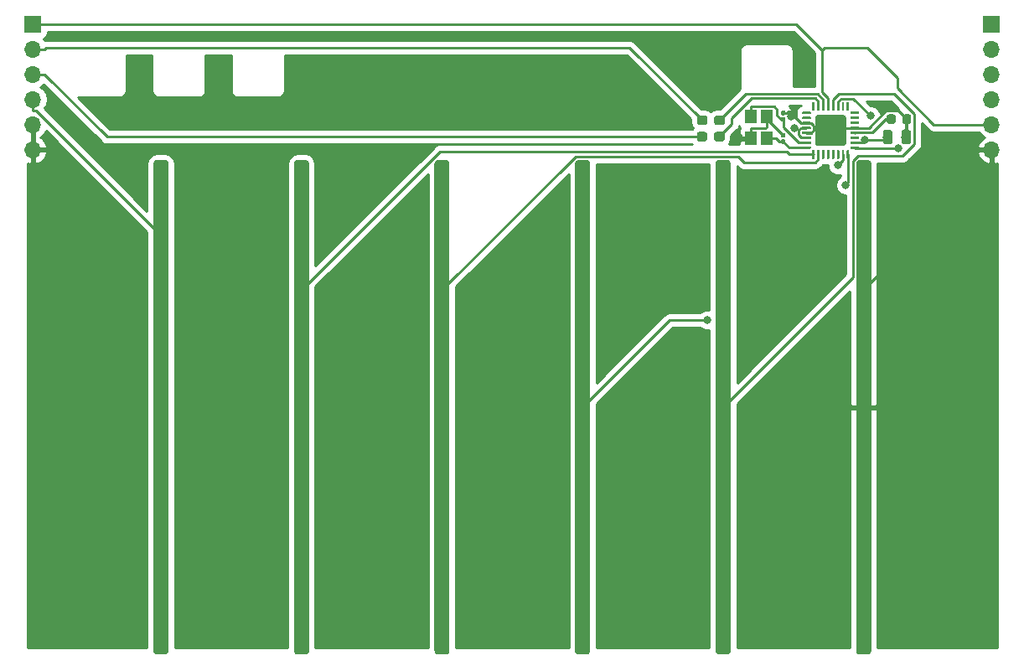
<source format=gbr>
G04 #@! TF.GenerationSoftware,KiCad,Pcbnew,5.0.2-bee76a0~70~ubuntu18.04.1*
G04 #@! TF.CreationDate,2018-12-10T16:15:13+09:00*
G04 #@! TF.ProjectId,2019_01,32303139-5f30-4312-9e6b-696361645f70,rev?*
G04 #@! TF.SameCoordinates,Original*
G04 #@! TF.FileFunction,Copper,L1,Top*
G04 #@! TF.FilePolarity,Positive*
%FSLAX46Y46*%
G04 Gerber Fmt 4.6, Leading zero omitted, Abs format (unit mm)*
G04 Created by KiCad (PCBNEW 5.0.2-bee76a0~70~ubuntu18.04.1) date 2018年12月10日 16時15分13秒*
%MOMM*%
%LPD*%
G01*
G04 APERTURE LIST*
G04 #@! TA.AperFunction,Conductor*
%ADD10C,0.100000*%
G04 #@! TD*
G04 #@! TA.AperFunction,SMDPad,CuDef*
%ADD11C,1.524000*%
G04 #@! TD*
G04 #@! TA.AperFunction,ComponentPad*
%ADD12C,1.524000*%
G04 #@! TD*
G04 #@! TA.AperFunction,SMDPad,CuDef*
%ADD13C,0.875000*%
G04 #@! TD*
G04 #@! TA.AperFunction,SMDPad,CuDef*
%ADD14C,0.975000*%
G04 #@! TD*
G04 #@! TA.AperFunction,SMDPad,CuDef*
%ADD15C,0.400000*%
G04 #@! TD*
G04 #@! TA.AperFunction,SMDPad,CuDef*
%ADD16C,0.950000*%
G04 #@! TD*
G04 #@! TA.AperFunction,SMDPad,CuDef*
%ADD17C,3.100000*%
G04 #@! TD*
G04 #@! TA.AperFunction,SMDPad,CuDef*
%ADD18C,0.250000*%
G04 #@! TD*
G04 #@! TA.AperFunction,SMDPad,CuDef*
%ADD19R,1.200000X1.400000*%
G04 #@! TD*
G04 #@! TA.AperFunction,ComponentPad*
%ADD20R,1.700000X1.700000*%
G04 #@! TD*
G04 #@! TA.AperFunction,ComponentPad*
%ADD21O,1.700000X1.700000*%
G04 #@! TD*
G04 #@! TA.AperFunction,ViaPad*
%ADD22C,0.800000*%
G04 #@! TD*
G04 #@! TA.AperFunction,Conductor*
%ADD23C,0.250000*%
G04 #@! TD*
G04 #@! TA.AperFunction,Conductor*
%ADD24C,0.254000*%
G04 #@! TD*
G04 APERTURE END LIST*
D10*
G04 #@! TO.N,+5V*
G04 #@! TO.C,J3*
G36*
X151483345Y-54947435D02*
X151520329Y-54952921D01*
X151556598Y-54962006D01*
X151591802Y-54974602D01*
X151625602Y-54990588D01*
X151657672Y-55009810D01*
X151687704Y-55032083D01*
X151715408Y-55057192D01*
X151740517Y-55084896D01*
X151762790Y-55114928D01*
X151782012Y-55146998D01*
X151797998Y-55180798D01*
X151810594Y-55216002D01*
X151819679Y-55252271D01*
X151825165Y-55289255D01*
X151827000Y-55326600D01*
X151827000Y-104564600D01*
X151825165Y-104601945D01*
X151819679Y-104638929D01*
X151810594Y-104675198D01*
X151797998Y-104710402D01*
X151782012Y-104744202D01*
X151762790Y-104776272D01*
X151740517Y-104806304D01*
X151715408Y-104834008D01*
X151687704Y-104859117D01*
X151657672Y-104881390D01*
X151625602Y-104900612D01*
X151591802Y-104916598D01*
X151556598Y-104929194D01*
X151520329Y-104938279D01*
X151483345Y-104943765D01*
X151446000Y-104945600D01*
X150684000Y-104945600D01*
X150646655Y-104943765D01*
X150609671Y-104938279D01*
X150573402Y-104929194D01*
X150538198Y-104916598D01*
X150504398Y-104900612D01*
X150472328Y-104881390D01*
X150442296Y-104859117D01*
X150414592Y-104834008D01*
X150389483Y-104806304D01*
X150367210Y-104776272D01*
X150347988Y-104744202D01*
X150332002Y-104710402D01*
X150319406Y-104675198D01*
X150310321Y-104638929D01*
X150304835Y-104601945D01*
X150303000Y-104564600D01*
X150303000Y-55326600D01*
X150304835Y-55289255D01*
X150310321Y-55252271D01*
X150319406Y-55216002D01*
X150332002Y-55180798D01*
X150347988Y-55146998D01*
X150367210Y-55114928D01*
X150389483Y-55084896D01*
X150414592Y-55057192D01*
X150442296Y-55032083D01*
X150472328Y-55009810D01*
X150504398Y-54990588D01*
X150538198Y-54974602D01*
X150573402Y-54962006D01*
X150609671Y-54952921D01*
X150646655Y-54947435D01*
X150684000Y-54945600D01*
X151446000Y-54945600D01*
X151483345Y-54947435D01*
X151483345Y-54947435D01*
G37*
D11*
G04 #@! TD*
G04 #@! TO.P,J3,1*
G04 #@! TO.N,+5V*
X151065000Y-79945600D03*
D12*
G04 #@! TO.P,J3,1*
G04 #@! TO.N,+5V*
X151065000Y-100945600D03*
G04 #@! TD*
D10*
G04 #@! TO.N,D5*
G04 #@! TO.C,J4*
G36*
X165683345Y-54947435D02*
X165720329Y-54952921D01*
X165756598Y-54962006D01*
X165791802Y-54974602D01*
X165825602Y-54990588D01*
X165857672Y-55009810D01*
X165887704Y-55032083D01*
X165915408Y-55057192D01*
X165940517Y-55084896D01*
X165962790Y-55114928D01*
X165982012Y-55146998D01*
X165997998Y-55180798D01*
X166010594Y-55216002D01*
X166019679Y-55252271D01*
X166025165Y-55289255D01*
X166027000Y-55326600D01*
X166027000Y-104564600D01*
X166025165Y-104601945D01*
X166019679Y-104638929D01*
X166010594Y-104675198D01*
X165997998Y-104710402D01*
X165982012Y-104744202D01*
X165962790Y-104776272D01*
X165940517Y-104806304D01*
X165915408Y-104834008D01*
X165887704Y-104859117D01*
X165857672Y-104881390D01*
X165825602Y-104900612D01*
X165791802Y-104916598D01*
X165756598Y-104929194D01*
X165720329Y-104938279D01*
X165683345Y-104943765D01*
X165646000Y-104945600D01*
X164884000Y-104945600D01*
X164846655Y-104943765D01*
X164809671Y-104938279D01*
X164773402Y-104929194D01*
X164738198Y-104916598D01*
X164704398Y-104900612D01*
X164672328Y-104881390D01*
X164642296Y-104859117D01*
X164614592Y-104834008D01*
X164589483Y-104806304D01*
X164567210Y-104776272D01*
X164547988Y-104744202D01*
X164532002Y-104710402D01*
X164519406Y-104675198D01*
X164510321Y-104638929D01*
X164504835Y-104601945D01*
X164503000Y-104564600D01*
X164503000Y-55326600D01*
X164504835Y-55289255D01*
X164510321Y-55252271D01*
X164519406Y-55216002D01*
X164532002Y-55180798D01*
X164547988Y-55146998D01*
X164567210Y-55114928D01*
X164589483Y-55084896D01*
X164614592Y-55057192D01*
X164642296Y-55032083D01*
X164672328Y-55009810D01*
X164704398Y-54990588D01*
X164738198Y-54974602D01*
X164773402Y-54962006D01*
X164809671Y-54952921D01*
X164846655Y-54947435D01*
X164884000Y-54945600D01*
X165646000Y-54945600D01*
X165683345Y-54947435D01*
X165683345Y-54947435D01*
G37*
D11*
G04 #@! TD*
G04 #@! TO.P,J4,1*
G04 #@! TO.N,D5*
X165265000Y-79945600D03*
D12*
G04 #@! TO.P,J4,1*
G04 #@! TO.N,D5*
X165265000Y-100945600D03*
G04 #@! TD*
D10*
G04 #@! TO.N,D6*
G04 #@! TO.C,J5*
G36*
X179883345Y-54947435D02*
X179920329Y-54952921D01*
X179956598Y-54962006D01*
X179991802Y-54974602D01*
X180025602Y-54990588D01*
X180057672Y-55009810D01*
X180087704Y-55032083D01*
X180115408Y-55057192D01*
X180140517Y-55084896D01*
X180162790Y-55114928D01*
X180182012Y-55146998D01*
X180197998Y-55180798D01*
X180210594Y-55216002D01*
X180219679Y-55252271D01*
X180225165Y-55289255D01*
X180227000Y-55326600D01*
X180227000Y-104564600D01*
X180225165Y-104601945D01*
X180219679Y-104638929D01*
X180210594Y-104675198D01*
X180197998Y-104710402D01*
X180182012Y-104744202D01*
X180162790Y-104776272D01*
X180140517Y-104806304D01*
X180115408Y-104834008D01*
X180087704Y-104859117D01*
X180057672Y-104881390D01*
X180025602Y-104900612D01*
X179991802Y-104916598D01*
X179956598Y-104929194D01*
X179920329Y-104938279D01*
X179883345Y-104943765D01*
X179846000Y-104945600D01*
X179084000Y-104945600D01*
X179046655Y-104943765D01*
X179009671Y-104938279D01*
X178973402Y-104929194D01*
X178938198Y-104916598D01*
X178904398Y-104900612D01*
X178872328Y-104881390D01*
X178842296Y-104859117D01*
X178814592Y-104834008D01*
X178789483Y-104806304D01*
X178767210Y-104776272D01*
X178747988Y-104744202D01*
X178732002Y-104710402D01*
X178719406Y-104675198D01*
X178710321Y-104638929D01*
X178704835Y-104601945D01*
X178703000Y-104564600D01*
X178703000Y-55326600D01*
X178704835Y-55289255D01*
X178710321Y-55252271D01*
X178719406Y-55216002D01*
X178732002Y-55180798D01*
X178747988Y-55146998D01*
X178767210Y-55114928D01*
X178789483Y-55084896D01*
X178814592Y-55057192D01*
X178842296Y-55032083D01*
X178872328Y-55009810D01*
X178904398Y-54990588D01*
X178938198Y-54974602D01*
X178973402Y-54962006D01*
X179009671Y-54952921D01*
X179046655Y-54947435D01*
X179084000Y-54945600D01*
X179846000Y-54945600D01*
X179883345Y-54947435D01*
X179883345Y-54947435D01*
G37*
D11*
G04 #@! TD*
G04 #@! TO.P,J5,1*
G04 #@! TO.N,D6*
X179465000Y-79945600D03*
D12*
G04 #@! TO.P,J5,1*
G04 #@! TO.N,D6*
X179465000Y-100945600D03*
G04 #@! TD*
D10*
G04 #@! TO.N,A4-SDA*
G04 #@! TO.C,J6*
G36*
X194083345Y-54947435D02*
X194120329Y-54952921D01*
X194156598Y-54962006D01*
X194191802Y-54974602D01*
X194225602Y-54990588D01*
X194257672Y-55009810D01*
X194287704Y-55032083D01*
X194315408Y-55057192D01*
X194340517Y-55084896D01*
X194362790Y-55114928D01*
X194382012Y-55146998D01*
X194397998Y-55180798D01*
X194410594Y-55216002D01*
X194419679Y-55252271D01*
X194425165Y-55289255D01*
X194427000Y-55326600D01*
X194427000Y-104564600D01*
X194425165Y-104601945D01*
X194419679Y-104638929D01*
X194410594Y-104675198D01*
X194397998Y-104710402D01*
X194382012Y-104744202D01*
X194362790Y-104776272D01*
X194340517Y-104806304D01*
X194315408Y-104834008D01*
X194287704Y-104859117D01*
X194257672Y-104881390D01*
X194225602Y-104900612D01*
X194191802Y-104916598D01*
X194156598Y-104929194D01*
X194120329Y-104938279D01*
X194083345Y-104943765D01*
X194046000Y-104945600D01*
X193284000Y-104945600D01*
X193246655Y-104943765D01*
X193209671Y-104938279D01*
X193173402Y-104929194D01*
X193138198Y-104916598D01*
X193104398Y-104900612D01*
X193072328Y-104881390D01*
X193042296Y-104859117D01*
X193014592Y-104834008D01*
X192989483Y-104806304D01*
X192967210Y-104776272D01*
X192947988Y-104744202D01*
X192932002Y-104710402D01*
X192919406Y-104675198D01*
X192910321Y-104638929D01*
X192904835Y-104601945D01*
X192903000Y-104564600D01*
X192903000Y-55326600D01*
X192904835Y-55289255D01*
X192910321Y-55252271D01*
X192919406Y-55216002D01*
X192932002Y-55180798D01*
X192947988Y-55146998D01*
X192967210Y-55114928D01*
X192989483Y-55084896D01*
X193014592Y-55057192D01*
X193042296Y-55032083D01*
X193072328Y-55009810D01*
X193104398Y-54990588D01*
X193138198Y-54974602D01*
X193173402Y-54962006D01*
X193209671Y-54952921D01*
X193246655Y-54947435D01*
X193284000Y-54945600D01*
X194046000Y-54945600D01*
X194083345Y-54947435D01*
X194083345Y-54947435D01*
G37*
D11*
G04 #@! TD*
G04 #@! TO.P,J6,1*
G04 #@! TO.N,A4-SDA*
X193665000Y-79945600D03*
D12*
G04 #@! TO.P,J6,1*
G04 #@! TO.N,A4-SDA*
X193665000Y-100945600D03*
G04 #@! TD*
D10*
G04 #@! TO.N,A5-SCL*
G04 #@! TO.C,J7*
G36*
X208283345Y-54947435D02*
X208320329Y-54952921D01*
X208356598Y-54962006D01*
X208391802Y-54974602D01*
X208425602Y-54990588D01*
X208457672Y-55009810D01*
X208487704Y-55032083D01*
X208515408Y-55057192D01*
X208540517Y-55084896D01*
X208562790Y-55114928D01*
X208582012Y-55146998D01*
X208597998Y-55180798D01*
X208610594Y-55216002D01*
X208619679Y-55252271D01*
X208625165Y-55289255D01*
X208627000Y-55326600D01*
X208627000Y-104564600D01*
X208625165Y-104601945D01*
X208619679Y-104638929D01*
X208610594Y-104675198D01*
X208597998Y-104710402D01*
X208582012Y-104744202D01*
X208562790Y-104776272D01*
X208540517Y-104806304D01*
X208515408Y-104834008D01*
X208487704Y-104859117D01*
X208457672Y-104881390D01*
X208425602Y-104900612D01*
X208391802Y-104916598D01*
X208356598Y-104929194D01*
X208320329Y-104938279D01*
X208283345Y-104943765D01*
X208246000Y-104945600D01*
X207484000Y-104945600D01*
X207446655Y-104943765D01*
X207409671Y-104938279D01*
X207373402Y-104929194D01*
X207338198Y-104916598D01*
X207304398Y-104900612D01*
X207272328Y-104881390D01*
X207242296Y-104859117D01*
X207214592Y-104834008D01*
X207189483Y-104806304D01*
X207167210Y-104776272D01*
X207147988Y-104744202D01*
X207132002Y-104710402D01*
X207119406Y-104675198D01*
X207110321Y-104638929D01*
X207104835Y-104601945D01*
X207103000Y-104564600D01*
X207103000Y-55326600D01*
X207104835Y-55289255D01*
X207110321Y-55252271D01*
X207119406Y-55216002D01*
X207132002Y-55180798D01*
X207147988Y-55146998D01*
X207167210Y-55114928D01*
X207189483Y-55084896D01*
X207214592Y-55057192D01*
X207242296Y-55032083D01*
X207272328Y-55009810D01*
X207304398Y-54990588D01*
X207338198Y-54974602D01*
X207373402Y-54962006D01*
X207409671Y-54952921D01*
X207446655Y-54947435D01*
X207484000Y-54945600D01*
X208246000Y-54945600D01*
X208283345Y-54947435D01*
X208283345Y-54947435D01*
G37*
D11*
G04 #@! TD*
G04 #@! TO.P,J7,1*
G04 #@! TO.N,A5-SCL*
X207865000Y-79945600D03*
D12*
G04 #@! TO.P,J7,1*
G04 #@! TO.N,A5-SCL*
X207865000Y-100945600D03*
G04 #@! TD*
D10*
G04 #@! TO.N,GND*
G04 #@! TO.C,J8*
G36*
X222483345Y-54947435D02*
X222520329Y-54952921D01*
X222556598Y-54962006D01*
X222591802Y-54974602D01*
X222625602Y-54990588D01*
X222657672Y-55009810D01*
X222687704Y-55032083D01*
X222715408Y-55057192D01*
X222740517Y-55084896D01*
X222762790Y-55114928D01*
X222782012Y-55146998D01*
X222797998Y-55180798D01*
X222810594Y-55216002D01*
X222819679Y-55252271D01*
X222825165Y-55289255D01*
X222827000Y-55326600D01*
X222827000Y-104564600D01*
X222825165Y-104601945D01*
X222819679Y-104638929D01*
X222810594Y-104675198D01*
X222797998Y-104710402D01*
X222782012Y-104744202D01*
X222762790Y-104776272D01*
X222740517Y-104806304D01*
X222715408Y-104834008D01*
X222687704Y-104859117D01*
X222657672Y-104881390D01*
X222625602Y-104900612D01*
X222591802Y-104916598D01*
X222556598Y-104929194D01*
X222520329Y-104938279D01*
X222483345Y-104943765D01*
X222446000Y-104945600D01*
X221684000Y-104945600D01*
X221646655Y-104943765D01*
X221609671Y-104938279D01*
X221573402Y-104929194D01*
X221538198Y-104916598D01*
X221504398Y-104900612D01*
X221472328Y-104881390D01*
X221442296Y-104859117D01*
X221414592Y-104834008D01*
X221389483Y-104806304D01*
X221367210Y-104776272D01*
X221347988Y-104744202D01*
X221332002Y-104710402D01*
X221319406Y-104675198D01*
X221310321Y-104638929D01*
X221304835Y-104601945D01*
X221303000Y-104564600D01*
X221303000Y-55326600D01*
X221304835Y-55289255D01*
X221310321Y-55252271D01*
X221319406Y-55216002D01*
X221332002Y-55180798D01*
X221347988Y-55146998D01*
X221367210Y-55114928D01*
X221389483Y-55084896D01*
X221414592Y-55057192D01*
X221442296Y-55032083D01*
X221472328Y-55009810D01*
X221504398Y-54990588D01*
X221538198Y-54974602D01*
X221573402Y-54962006D01*
X221609671Y-54952921D01*
X221646655Y-54947435D01*
X221684000Y-54945600D01*
X222446000Y-54945600D01*
X222483345Y-54947435D01*
X222483345Y-54947435D01*
G37*
D11*
G04 #@! TD*
G04 #@! TO.P,J8,1*
G04 #@! TO.N,GND*
X222065000Y-79945600D03*
D12*
G04 #@! TO.P,J8,1*
G04 #@! TO.N,GND*
X222065000Y-100945600D03*
G04 #@! TD*
D10*
G04 #@! TO.N,GND*
G04 #@! TO.C,C1*
G36*
X226665691Y-50351453D02*
X226686926Y-50354603D01*
X226707750Y-50359819D01*
X226727962Y-50367051D01*
X226747368Y-50376230D01*
X226765781Y-50387266D01*
X226783024Y-50400054D01*
X226798930Y-50414470D01*
X226813346Y-50430376D01*
X226826134Y-50447619D01*
X226837170Y-50466032D01*
X226846349Y-50485438D01*
X226853581Y-50505650D01*
X226858797Y-50526474D01*
X226861947Y-50547709D01*
X226863000Y-50569150D01*
X226863000Y-51081650D01*
X226861947Y-51103091D01*
X226858797Y-51124326D01*
X226853581Y-51145150D01*
X226846349Y-51165362D01*
X226837170Y-51184768D01*
X226826134Y-51203181D01*
X226813346Y-51220424D01*
X226798930Y-51236330D01*
X226783024Y-51250746D01*
X226765781Y-51263534D01*
X226747368Y-51274570D01*
X226727962Y-51283749D01*
X226707750Y-51290981D01*
X226686926Y-51296197D01*
X226665691Y-51299347D01*
X226644250Y-51300400D01*
X226206750Y-51300400D01*
X226185309Y-51299347D01*
X226164074Y-51296197D01*
X226143250Y-51290981D01*
X226123038Y-51283749D01*
X226103632Y-51274570D01*
X226085219Y-51263534D01*
X226067976Y-51250746D01*
X226052070Y-51236330D01*
X226037654Y-51220424D01*
X226024866Y-51203181D01*
X226013830Y-51184768D01*
X226004651Y-51165362D01*
X225997419Y-51145150D01*
X225992203Y-51124326D01*
X225989053Y-51103091D01*
X225988000Y-51081650D01*
X225988000Y-50569150D01*
X225989053Y-50547709D01*
X225992203Y-50526474D01*
X225997419Y-50505650D01*
X226004651Y-50485438D01*
X226013830Y-50466032D01*
X226024866Y-50447619D01*
X226037654Y-50430376D01*
X226052070Y-50414470D01*
X226067976Y-50400054D01*
X226085219Y-50387266D01*
X226103632Y-50376230D01*
X226123038Y-50367051D01*
X226143250Y-50359819D01*
X226164074Y-50354603D01*
X226185309Y-50351453D01*
X226206750Y-50350400D01*
X226644250Y-50350400D01*
X226665691Y-50351453D01*
X226665691Y-50351453D01*
G37*
D13*
G04 #@! TD*
G04 #@! TO.P,C1,1*
G04 #@! TO.N,GND*
X226425500Y-50825400D03*
D10*
G04 #@! TO.N,Net-(C1-Pad2)*
G04 #@! TO.C,C1*
G36*
X225090691Y-50351453D02*
X225111926Y-50354603D01*
X225132750Y-50359819D01*
X225152962Y-50367051D01*
X225172368Y-50376230D01*
X225190781Y-50387266D01*
X225208024Y-50400054D01*
X225223930Y-50414470D01*
X225238346Y-50430376D01*
X225251134Y-50447619D01*
X225262170Y-50466032D01*
X225271349Y-50485438D01*
X225278581Y-50505650D01*
X225283797Y-50526474D01*
X225286947Y-50547709D01*
X225288000Y-50569150D01*
X225288000Y-51081650D01*
X225286947Y-51103091D01*
X225283797Y-51124326D01*
X225278581Y-51145150D01*
X225271349Y-51165362D01*
X225262170Y-51184768D01*
X225251134Y-51203181D01*
X225238346Y-51220424D01*
X225223930Y-51236330D01*
X225208024Y-51250746D01*
X225190781Y-51263534D01*
X225172368Y-51274570D01*
X225152962Y-51283749D01*
X225132750Y-51290981D01*
X225111926Y-51296197D01*
X225090691Y-51299347D01*
X225069250Y-51300400D01*
X224631750Y-51300400D01*
X224610309Y-51299347D01*
X224589074Y-51296197D01*
X224568250Y-51290981D01*
X224548038Y-51283749D01*
X224528632Y-51274570D01*
X224510219Y-51263534D01*
X224492976Y-51250746D01*
X224477070Y-51236330D01*
X224462654Y-51220424D01*
X224449866Y-51203181D01*
X224438830Y-51184768D01*
X224429651Y-51165362D01*
X224422419Y-51145150D01*
X224417203Y-51124326D01*
X224414053Y-51103091D01*
X224413000Y-51081650D01*
X224413000Y-50569150D01*
X224414053Y-50547709D01*
X224417203Y-50526474D01*
X224422419Y-50505650D01*
X224429651Y-50485438D01*
X224438830Y-50466032D01*
X224449866Y-50447619D01*
X224462654Y-50430376D01*
X224477070Y-50414470D01*
X224492976Y-50400054D01*
X224510219Y-50387266D01*
X224528632Y-50376230D01*
X224548038Y-50367051D01*
X224568250Y-50359819D01*
X224589074Y-50354603D01*
X224610309Y-50351453D01*
X224631750Y-50350400D01*
X225069250Y-50350400D01*
X225090691Y-50351453D01*
X225090691Y-50351453D01*
G37*
D13*
G04 #@! TD*
G04 #@! TO.P,C1,2*
G04 #@! TO.N,Net-(C1-Pad2)*
X224850500Y-50825400D03*
D10*
G04 #@! TO.N,+5V*
G04 #@! TO.C,C2*
G36*
X224762142Y-51940174D02*
X224785803Y-51943684D01*
X224809007Y-51949496D01*
X224831529Y-51957554D01*
X224853153Y-51967782D01*
X224873670Y-51980079D01*
X224892883Y-51994329D01*
X224910607Y-52010393D01*
X224926671Y-52028117D01*
X224940921Y-52047330D01*
X224953218Y-52067847D01*
X224963446Y-52089471D01*
X224971504Y-52111993D01*
X224977316Y-52135197D01*
X224980826Y-52158858D01*
X224982000Y-52182750D01*
X224982000Y-53095250D01*
X224980826Y-53119142D01*
X224977316Y-53142803D01*
X224971504Y-53166007D01*
X224963446Y-53188529D01*
X224953218Y-53210153D01*
X224940921Y-53230670D01*
X224926671Y-53249883D01*
X224910607Y-53267607D01*
X224892883Y-53283671D01*
X224873670Y-53297921D01*
X224853153Y-53310218D01*
X224831529Y-53320446D01*
X224809007Y-53328504D01*
X224785803Y-53334316D01*
X224762142Y-53337826D01*
X224738250Y-53339000D01*
X224250750Y-53339000D01*
X224226858Y-53337826D01*
X224203197Y-53334316D01*
X224179993Y-53328504D01*
X224157471Y-53320446D01*
X224135847Y-53310218D01*
X224115330Y-53297921D01*
X224096117Y-53283671D01*
X224078393Y-53267607D01*
X224062329Y-53249883D01*
X224048079Y-53230670D01*
X224035782Y-53210153D01*
X224025554Y-53188529D01*
X224017496Y-53166007D01*
X224011684Y-53142803D01*
X224008174Y-53119142D01*
X224007000Y-53095250D01*
X224007000Y-52182750D01*
X224008174Y-52158858D01*
X224011684Y-52135197D01*
X224017496Y-52111993D01*
X224025554Y-52089471D01*
X224035782Y-52067847D01*
X224048079Y-52047330D01*
X224062329Y-52028117D01*
X224078393Y-52010393D01*
X224096117Y-51994329D01*
X224115330Y-51980079D01*
X224135847Y-51967782D01*
X224157471Y-51957554D01*
X224179993Y-51949496D01*
X224203197Y-51943684D01*
X224226858Y-51940174D01*
X224250750Y-51939000D01*
X224738250Y-51939000D01*
X224762142Y-51940174D01*
X224762142Y-51940174D01*
G37*
D14*
G04 #@! TD*
G04 #@! TO.P,C2,1*
G04 #@! TO.N,+5V*
X224494500Y-52639000D03*
D10*
G04 #@! TO.N,GND*
G04 #@! TO.C,C2*
G36*
X226637142Y-51940174D02*
X226660803Y-51943684D01*
X226684007Y-51949496D01*
X226706529Y-51957554D01*
X226728153Y-51967782D01*
X226748670Y-51980079D01*
X226767883Y-51994329D01*
X226785607Y-52010393D01*
X226801671Y-52028117D01*
X226815921Y-52047330D01*
X226828218Y-52067847D01*
X226838446Y-52089471D01*
X226846504Y-52111993D01*
X226852316Y-52135197D01*
X226855826Y-52158858D01*
X226857000Y-52182750D01*
X226857000Y-53095250D01*
X226855826Y-53119142D01*
X226852316Y-53142803D01*
X226846504Y-53166007D01*
X226838446Y-53188529D01*
X226828218Y-53210153D01*
X226815921Y-53230670D01*
X226801671Y-53249883D01*
X226785607Y-53267607D01*
X226767883Y-53283671D01*
X226748670Y-53297921D01*
X226728153Y-53310218D01*
X226706529Y-53320446D01*
X226684007Y-53328504D01*
X226660803Y-53334316D01*
X226637142Y-53337826D01*
X226613250Y-53339000D01*
X226125750Y-53339000D01*
X226101858Y-53337826D01*
X226078197Y-53334316D01*
X226054993Y-53328504D01*
X226032471Y-53320446D01*
X226010847Y-53310218D01*
X225990330Y-53297921D01*
X225971117Y-53283671D01*
X225953393Y-53267607D01*
X225937329Y-53249883D01*
X225923079Y-53230670D01*
X225910782Y-53210153D01*
X225900554Y-53188529D01*
X225892496Y-53166007D01*
X225886684Y-53142803D01*
X225883174Y-53119142D01*
X225882000Y-53095250D01*
X225882000Y-52182750D01*
X225883174Y-52158858D01*
X225886684Y-52135197D01*
X225892496Y-52111993D01*
X225900554Y-52089471D01*
X225910782Y-52067847D01*
X225923079Y-52047330D01*
X225937329Y-52028117D01*
X225953393Y-52010393D01*
X225971117Y-51994329D01*
X225990330Y-51980079D01*
X226010847Y-51967782D01*
X226032471Y-51957554D01*
X226054993Y-51949496D01*
X226078197Y-51943684D01*
X226101858Y-51940174D01*
X226125750Y-51939000D01*
X226613250Y-51939000D01*
X226637142Y-51940174D01*
X226637142Y-51940174D01*
G37*
D14*
G04 #@! TD*
G04 #@! TO.P,C2,2*
G04 #@! TO.N,GND*
X226369500Y-52639000D03*
D10*
G04 #@! TO.N,Net-(C3-Pad1)*
G04 #@! TO.C,C3*
G36*
X214048802Y-50616582D02*
X214058509Y-50618021D01*
X214068028Y-50620406D01*
X214077268Y-50623712D01*
X214086140Y-50627908D01*
X214094557Y-50632953D01*
X214102439Y-50638799D01*
X214109711Y-50645389D01*
X214116301Y-50652661D01*
X214122147Y-50660543D01*
X214127192Y-50668960D01*
X214131388Y-50677832D01*
X214134694Y-50687072D01*
X214137079Y-50696591D01*
X214138518Y-50706298D01*
X214139000Y-50716100D01*
X214139000Y-50976100D01*
X214138518Y-50985902D01*
X214137079Y-50995609D01*
X214134694Y-51005128D01*
X214131388Y-51014368D01*
X214127192Y-51023240D01*
X214122147Y-51031657D01*
X214116301Y-51039539D01*
X214109711Y-51046811D01*
X214102439Y-51053401D01*
X214094557Y-51059247D01*
X214086140Y-51064292D01*
X214077268Y-51068488D01*
X214068028Y-51071794D01*
X214058509Y-51074179D01*
X214048802Y-51075618D01*
X214039000Y-51076100D01*
X213839000Y-51076100D01*
X213829198Y-51075618D01*
X213819491Y-51074179D01*
X213809972Y-51071794D01*
X213800732Y-51068488D01*
X213791860Y-51064292D01*
X213783443Y-51059247D01*
X213775561Y-51053401D01*
X213768289Y-51046811D01*
X213761699Y-51039539D01*
X213755853Y-51031657D01*
X213750808Y-51023240D01*
X213746612Y-51014368D01*
X213743306Y-51005128D01*
X213740921Y-50995609D01*
X213739482Y-50985902D01*
X213739000Y-50976100D01*
X213739000Y-50716100D01*
X213739482Y-50706298D01*
X213740921Y-50696591D01*
X213743306Y-50687072D01*
X213746612Y-50677832D01*
X213750808Y-50668960D01*
X213755853Y-50660543D01*
X213761699Y-50652661D01*
X213768289Y-50645389D01*
X213775561Y-50638799D01*
X213783443Y-50632953D01*
X213791860Y-50627908D01*
X213800732Y-50623712D01*
X213809972Y-50620406D01*
X213819491Y-50618021D01*
X213829198Y-50616582D01*
X213839000Y-50616100D01*
X214039000Y-50616100D01*
X214048802Y-50616582D01*
X214048802Y-50616582D01*
G37*
D15*
G04 #@! TD*
G04 #@! TO.P,C3,1*
G04 #@! TO.N,Net-(C3-Pad1)*
X213939000Y-50846100D03*
D10*
G04 #@! TO.N,GND*
G04 #@! TO.C,C3*
G36*
X214048802Y-49976582D02*
X214058509Y-49978021D01*
X214068028Y-49980406D01*
X214077268Y-49983712D01*
X214086140Y-49987908D01*
X214094557Y-49992953D01*
X214102439Y-49998799D01*
X214109711Y-50005389D01*
X214116301Y-50012661D01*
X214122147Y-50020543D01*
X214127192Y-50028960D01*
X214131388Y-50037832D01*
X214134694Y-50047072D01*
X214137079Y-50056591D01*
X214138518Y-50066298D01*
X214139000Y-50076100D01*
X214139000Y-50336100D01*
X214138518Y-50345902D01*
X214137079Y-50355609D01*
X214134694Y-50365128D01*
X214131388Y-50374368D01*
X214127192Y-50383240D01*
X214122147Y-50391657D01*
X214116301Y-50399539D01*
X214109711Y-50406811D01*
X214102439Y-50413401D01*
X214094557Y-50419247D01*
X214086140Y-50424292D01*
X214077268Y-50428488D01*
X214068028Y-50431794D01*
X214058509Y-50434179D01*
X214048802Y-50435618D01*
X214039000Y-50436100D01*
X213839000Y-50436100D01*
X213829198Y-50435618D01*
X213819491Y-50434179D01*
X213809972Y-50431794D01*
X213800732Y-50428488D01*
X213791860Y-50424292D01*
X213783443Y-50419247D01*
X213775561Y-50413401D01*
X213768289Y-50406811D01*
X213761699Y-50399539D01*
X213755853Y-50391657D01*
X213750808Y-50383240D01*
X213746612Y-50374368D01*
X213743306Y-50365128D01*
X213740921Y-50355609D01*
X213739482Y-50345902D01*
X213739000Y-50336100D01*
X213739000Y-50076100D01*
X213739482Y-50066298D01*
X213740921Y-50056591D01*
X213743306Y-50047072D01*
X213746612Y-50037832D01*
X213750808Y-50028960D01*
X213755853Y-50020543D01*
X213761699Y-50012661D01*
X213768289Y-50005389D01*
X213775561Y-49998799D01*
X213783443Y-49992953D01*
X213791860Y-49987908D01*
X213800732Y-49983712D01*
X213809972Y-49980406D01*
X213819491Y-49978021D01*
X213829198Y-49976582D01*
X213839000Y-49976100D01*
X214039000Y-49976100D01*
X214048802Y-49976582D01*
X214048802Y-49976582D01*
G37*
D15*
G04 #@! TD*
G04 #@! TO.P,C3,2*
G04 #@! TO.N,GND*
X213939000Y-50206100D03*
D10*
G04 #@! TO.N,GND*
G04 #@! TO.C,C4*
G36*
X214028802Y-52231682D02*
X214038509Y-52233121D01*
X214048028Y-52235506D01*
X214057268Y-52238812D01*
X214066140Y-52243008D01*
X214074557Y-52248053D01*
X214082439Y-52253899D01*
X214089711Y-52260489D01*
X214096301Y-52267761D01*
X214102147Y-52275643D01*
X214107192Y-52284060D01*
X214111388Y-52292932D01*
X214114694Y-52302172D01*
X214117079Y-52311691D01*
X214118518Y-52321398D01*
X214119000Y-52331200D01*
X214119000Y-52591200D01*
X214118518Y-52601002D01*
X214117079Y-52610709D01*
X214114694Y-52620228D01*
X214111388Y-52629468D01*
X214107192Y-52638340D01*
X214102147Y-52646757D01*
X214096301Y-52654639D01*
X214089711Y-52661911D01*
X214082439Y-52668501D01*
X214074557Y-52674347D01*
X214066140Y-52679392D01*
X214057268Y-52683588D01*
X214048028Y-52686894D01*
X214038509Y-52689279D01*
X214028802Y-52690718D01*
X214019000Y-52691200D01*
X213819000Y-52691200D01*
X213809198Y-52690718D01*
X213799491Y-52689279D01*
X213789972Y-52686894D01*
X213780732Y-52683588D01*
X213771860Y-52679392D01*
X213763443Y-52674347D01*
X213755561Y-52668501D01*
X213748289Y-52661911D01*
X213741699Y-52654639D01*
X213735853Y-52646757D01*
X213730808Y-52638340D01*
X213726612Y-52629468D01*
X213723306Y-52620228D01*
X213720921Y-52610709D01*
X213719482Y-52601002D01*
X213719000Y-52591200D01*
X213719000Y-52331200D01*
X213719482Y-52321398D01*
X213720921Y-52311691D01*
X213723306Y-52302172D01*
X213726612Y-52292932D01*
X213730808Y-52284060D01*
X213735853Y-52275643D01*
X213741699Y-52267761D01*
X213748289Y-52260489D01*
X213755561Y-52253899D01*
X213763443Y-52248053D01*
X213771860Y-52243008D01*
X213780732Y-52238812D01*
X213789972Y-52235506D01*
X213799491Y-52233121D01*
X213809198Y-52231682D01*
X213819000Y-52231200D01*
X214019000Y-52231200D01*
X214028802Y-52231682D01*
X214028802Y-52231682D01*
G37*
D15*
G04 #@! TD*
G04 #@! TO.P,C4,2*
G04 #@! TO.N,GND*
X213919000Y-52461200D03*
D10*
G04 #@! TO.N,Net-(C4-Pad1)*
G04 #@! TO.C,C4*
G36*
X214028802Y-52871682D02*
X214038509Y-52873121D01*
X214048028Y-52875506D01*
X214057268Y-52878812D01*
X214066140Y-52883008D01*
X214074557Y-52888053D01*
X214082439Y-52893899D01*
X214089711Y-52900489D01*
X214096301Y-52907761D01*
X214102147Y-52915643D01*
X214107192Y-52924060D01*
X214111388Y-52932932D01*
X214114694Y-52942172D01*
X214117079Y-52951691D01*
X214118518Y-52961398D01*
X214119000Y-52971200D01*
X214119000Y-53231200D01*
X214118518Y-53241002D01*
X214117079Y-53250709D01*
X214114694Y-53260228D01*
X214111388Y-53269468D01*
X214107192Y-53278340D01*
X214102147Y-53286757D01*
X214096301Y-53294639D01*
X214089711Y-53301911D01*
X214082439Y-53308501D01*
X214074557Y-53314347D01*
X214066140Y-53319392D01*
X214057268Y-53323588D01*
X214048028Y-53326894D01*
X214038509Y-53329279D01*
X214028802Y-53330718D01*
X214019000Y-53331200D01*
X213819000Y-53331200D01*
X213809198Y-53330718D01*
X213799491Y-53329279D01*
X213789972Y-53326894D01*
X213780732Y-53323588D01*
X213771860Y-53319392D01*
X213763443Y-53314347D01*
X213755561Y-53308501D01*
X213748289Y-53301911D01*
X213741699Y-53294639D01*
X213735853Y-53286757D01*
X213730808Y-53278340D01*
X213726612Y-53269468D01*
X213723306Y-53260228D01*
X213720921Y-53250709D01*
X213719482Y-53241002D01*
X213719000Y-53231200D01*
X213719000Y-52971200D01*
X213719482Y-52961398D01*
X213720921Y-52951691D01*
X213723306Y-52942172D01*
X213726612Y-52932932D01*
X213730808Y-52924060D01*
X213735853Y-52915643D01*
X213741699Y-52907761D01*
X213748289Y-52900489D01*
X213755561Y-52893899D01*
X213763443Y-52888053D01*
X213771860Y-52883008D01*
X213780732Y-52878812D01*
X213789972Y-52875506D01*
X213799491Y-52873121D01*
X213809198Y-52871682D01*
X213819000Y-52871200D01*
X214019000Y-52871200D01*
X214028802Y-52871682D01*
X214028802Y-52871682D01*
G37*
D15*
G04 #@! TD*
G04 #@! TO.P,C4,1*
G04 #@! TO.N,Net-(C4-Pad1)*
X213919000Y-53101200D03*
D10*
G04 #@! TO.N,RX*
G04 #@! TO.C,R1*
G36*
X206054779Y-50468344D02*
X206077834Y-50471763D01*
X206100443Y-50477427D01*
X206122387Y-50485279D01*
X206143457Y-50495244D01*
X206163448Y-50507226D01*
X206182168Y-50521110D01*
X206199438Y-50536762D01*
X206215090Y-50554032D01*
X206228974Y-50572752D01*
X206240956Y-50592743D01*
X206250921Y-50613813D01*
X206258773Y-50635757D01*
X206264437Y-50658366D01*
X206267856Y-50681421D01*
X206269000Y-50704700D01*
X206269000Y-51179700D01*
X206267856Y-51202979D01*
X206264437Y-51226034D01*
X206258773Y-51248643D01*
X206250921Y-51270587D01*
X206240956Y-51291657D01*
X206228974Y-51311648D01*
X206215090Y-51330368D01*
X206199438Y-51347638D01*
X206182168Y-51363290D01*
X206163448Y-51377174D01*
X206143457Y-51389156D01*
X206122387Y-51399121D01*
X206100443Y-51406973D01*
X206077834Y-51412637D01*
X206054779Y-51416056D01*
X206031500Y-51417200D01*
X205456500Y-51417200D01*
X205433221Y-51416056D01*
X205410166Y-51412637D01*
X205387557Y-51406973D01*
X205365613Y-51399121D01*
X205344543Y-51389156D01*
X205324552Y-51377174D01*
X205305832Y-51363290D01*
X205288562Y-51347638D01*
X205272910Y-51330368D01*
X205259026Y-51311648D01*
X205247044Y-51291657D01*
X205237079Y-51270587D01*
X205229227Y-51248643D01*
X205223563Y-51226034D01*
X205220144Y-51202979D01*
X205219000Y-51179700D01*
X205219000Y-50704700D01*
X205220144Y-50681421D01*
X205223563Y-50658366D01*
X205229227Y-50635757D01*
X205237079Y-50613813D01*
X205247044Y-50592743D01*
X205259026Y-50572752D01*
X205272910Y-50554032D01*
X205288562Y-50536762D01*
X205305832Y-50521110D01*
X205324552Y-50507226D01*
X205344543Y-50495244D01*
X205365613Y-50485279D01*
X205387557Y-50477427D01*
X205410166Y-50471763D01*
X205433221Y-50468344D01*
X205456500Y-50467200D01*
X206031500Y-50467200D01*
X206054779Y-50468344D01*
X206054779Y-50468344D01*
G37*
D16*
G04 #@! TD*
G04 #@! TO.P,R1,1*
G04 #@! TO.N,RX*
X205744000Y-50942200D03*
D10*
G04 #@! TO.N,Net-(R1-Pad2)*
G04 #@! TO.C,R1*
G36*
X207804779Y-50468344D02*
X207827834Y-50471763D01*
X207850443Y-50477427D01*
X207872387Y-50485279D01*
X207893457Y-50495244D01*
X207913448Y-50507226D01*
X207932168Y-50521110D01*
X207949438Y-50536762D01*
X207965090Y-50554032D01*
X207978974Y-50572752D01*
X207990956Y-50592743D01*
X208000921Y-50613813D01*
X208008773Y-50635757D01*
X208014437Y-50658366D01*
X208017856Y-50681421D01*
X208019000Y-50704700D01*
X208019000Y-51179700D01*
X208017856Y-51202979D01*
X208014437Y-51226034D01*
X208008773Y-51248643D01*
X208000921Y-51270587D01*
X207990956Y-51291657D01*
X207978974Y-51311648D01*
X207965090Y-51330368D01*
X207949438Y-51347638D01*
X207932168Y-51363290D01*
X207913448Y-51377174D01*
X207893457Y-51389156D01*
X207872387Y-51399121D01*
X207850443Y-51406973D01*
X207827834Y-51412637D01*
X207804779Y-51416056D01*
X207781500Y-51417200D01*
X207206500Y-51417200D01*
X207183221Y-51416056D01*
X207160166Y-51412637D01*
X207137557Y-51406973D01*
X207115613Y-51399121D01*
X207094543Y-51389156D01*
X207074552Y-51377174D01*
X207055832Y-51363290D01*
X207038562Y-51347638D01*
X207022910Y-51330368D01*
X207009026Y-51311648D01*
X206997044Y-51291657D01*
X206987079Y-51270587D01*
X206979227Y-51248643D01*
X206973563Y-51226034D01*
X206970144Y-51202979D01*
X206969000Y-51179700D01*
X206969000Y-50704700D01*
X206970144Y-50681421D01*
X206973563Y-50658366D01*
X206979227Y-50635757D01*
X206987079Y-50613813D01*
X206997044Y-50592743D01*
X207009026Y-50572752D01*
X207022910Y-50554032D01*
X207038562Y-50536762D01*
X207055832Y-50521110D01*
X207074552Y-50507226D01*
X207094543Y-50495244D01*
X207115613Y-50485279D01*
X207137557Y-50477427D01*
X207160166Y-50471763D01*
X207183221Y-50468344D01*
X207206500Y-50467200D01*
X207781500Y-50467200D01*
X207804779Y-50468344D01*
X207804779Y-50468344D01*
G37*
D16*
G04 #@! TD*
G04 #@! TO.P,R1,2*
G04 #@! TO.N,Net-(R1-Pad2)*
X207494000Y-50942200D03*
D10*
G04 #@! TO.N,Net-(R2-Pad2)*
G04 #@! TO.C,R2*
G36*
X207792779Y-52129544D02*
X207815834Y-52132963D01*
X207838443Y-52138627D01*
X207860387Y-52146479D01*
X207881457Y-52156444D01*
X207901448Y-52168426D01*
X207920168Y-52182310D01*
X207937438Y-52197962D01*
X207953090Y-52215232D01*
X207966974Y-52233952D01*
X207978956Y-52253943D01*
X207988921Y-52275013D01*
X207996773Y-52296957D01*
X208002437Y-52319566D01*
X208005856Y-52342621D01*
X208007000Y-52365900D01*
X208007000Y-52840900D01*
X208005856Y-52864179D01*
X208002437Y-52887234D01*
X207996773Y-52909843D01*
X207988921Y-52931787D01*
X207978956Y-52952857D01*
X207966974Y-52972848D01*
X207953090Y-52991568D01*
X207937438Y-53008838D01*
X207920168Y-53024490D01*
X207901448Y-53038374D01*
X207881457Y-53050356D01*
X207860387Y-53060321D01*
X207838443Y-53068173D01*
X207815834Y-53073837D01*
X207792779Y-53077256D01*
X207769500Y-53078400D01*
X207194500Y-53078400D01*
X207171221Y-53077256D01*
X207148166Y-53073837D01*
X207125557Y-53068173D01*
X207103613Y-53060321D01*
X207082543Y-53050356D01*
X207062552Y-53038374D01*
X207043832Y-53024490D01*
X207026562Y-53008838D01*
X207010910Y-52991568D01*
X206997026Y-52972848D01*
X206985044Y-52952857D01*
X206975079Y-52931787D01*
X206967227Y-52909843D01*
X206961563Y-52887234D01*
X206958144Y-52864179D01*
X206957000Y-52840900D01*
X206957000Y-52365900D01*
X206958144Y-52342621D01*
X206961563Y-52319566D01*
X206967227Y-52296957D01*
X206975079Y-52275013D01*
X206985044Y-52253943D01*
X206997026Y-52233952D01*
X207010910Y-52215232D01*
X207026562Y-52197962D01*
X207043832Y-52182310D01*
X207062552Y-52168426D01*
X207082543Y-52156444D01*
X207103613Y-52146479D01*
X207125557Y-52138627D01*
X207148166Y-52132963D01*
X207171221Y-52129544D01*
X207194500Y-52128400D01*
X207769500Y-52128400D01*
X207792779Y-52129544D01*
X207792779Y-52129544D01*
G37*
D16*
G04 #@! TD*
G04 #@! TO.P,R2,2*
G04 #@! TO.N,Net-(R2-Pad2)*
X207482000Y-52603400D03*
D10*
G04 #@! TO.N,TX*
G04 #@! TO.C,R2*
G36*
X206042779Y-52129544D02*
X206065834Y-52132963D01*
X206088443Y-52138627D01*
X206110387Y-52146479D01*
X206131457Y-52156444D01*
X206151448Y-52168426D01*
X206170168Y-52182310D01*
X206187438Y-52197962D01*
X206203090Y-52215232D01*
X206216974Y-52233952D01*
X206228956Y-52253943D01*
X206238921Y-52275013D01*
X206246773Y-52296957D01*
X206252437Y-52319566D01*
X206255856Y-52342621D01*
X206257000Y-52365900D01*
X206257000Y-52840900D01*
X206255856Y-52864179D01*
X206252437Y-52887234D01*
X206246773Y-52909843D01*
X206238921Y-52931787D01*
X206228956Y-52952857D01*
X206216974Y-52972848D01*
X206203090Y-52991568D01*
X206187438Y-53008838D01*
X206170168Y-53024490D01*
X206151448Y-53038374D01*
X206131457Y-53050356D01*
X206110387Y-53060321D01*
X206088443Y-53068173D01*
X206065834Y-53073837D01*
X206042779Y-53077256D01*
X206019500Y-53078400D01*
X205444500Y-53078400D01*
X205421221Y-53077256D01*
X205398166Y-53073837D01*
X205375557Y-53068173D01*
X205353613Y-53060321D01*
X205332543Y-53050356D01*
X205312552Y-53038374D01*
X205293832Y-53024490D01*
X205276562Y-53008838D01*
X205260910Y-52991568D01*
X205247026Y-52972848D01*
X205235044Y-52952857D01*
X205225079Y-52931787D01*
X205217227Y-52909843D01*
X205211563Y-52887234D01*
X205208144Y-52864179D01*
X205207000Y-52840900D01*
X205207000Y-52365900D01*
X205208144Y-52342621D01*
X205211563Y-52319566D01*
X205217227Y-52296957D01*
X205225079Y-52275013D01*
X205235044Y-52253943D01*
X205247026Y-52233952D01*
X205260910Y-52215232D01*
X205276562Y-52197962D01*
X205293832Y-52182310D01*
X205312552Y-52168426D01*
X205332543Y-52156444D01*
X205353613Y-52146479D01*
X205375557Y-52138627D01*
X205398166Y-52132963D01*
X205421221Y-52129544D01*
X205444500Y-52128400D01*
X206019500Y-52128400D01*
X206042779Y-52129544D01*
X206042779Y-52129544D01*
G37*
D16*
G04 #@! TD*
G04 #@! TO.P,R2,1*
G04 #@! TO.N,TX*
X205732000Y-52603400D03*
D10*
G04 #@! TO.N,GND*
G04 #@! TO.C,U1*
G36*
X220054505Y-50419604D02*
X220078773Y-50423204D01*
X220102572Y-50429165D01*
X220125671Y-50437430D01*
X220147850Y-50447920D01*
X220168893Y-50460532D01*
X220188599Y-50475147D01*
X220206777Y-50491623D01*
X220223253Y-50509801D01*
X220237868Y-50529507D01*
X220250480Y-50550550D01*
X220260970Y-50572729D01*
X220269235Y-50595828D01*
X220275196Y-50619627D01*
X220278796Y-50643895D01*
X220280000Y-50668399D01*
X220280000Y-53268401D01*
X220278796Y-53292905D01*
X220275196Y-53317173D01*
X220269235Y-53340972D01*
X220260970Y-53364071D01*
X220250480Y-53386250D01*
X220237868Y-53407293D01*
X220223253Y-53426999D01*
X220206777Y-53445177D01*
X220188599Y-53461653D01*
X220168893Y-53476268D01*
X220147850Y-53488880D01*
X220125671Y-53499370D01*
X220102572Y-53507635D01*
X220078773Y-53513596D01*
X220054505Y-53517196D01*
X220030001Y-53518400D01*
X217429999Y-53518400D01*
X217405495Y-53517196D01*
X217381227Y-53513596D01*
X217357428Y-53507635D01*
X217334329Y-53499370D01*
X217312150Y-53488880D01*
X217291107Y-53476268D01*
X217271401Y-53461653D01*
X217253223Y-53445177D01*
X217236747Y-53426999D01*
X217222132Y-53407293D01*
X217209520Y-53386250D01*
X217199030Y-53364071D01*
X217190765Y-53340972D01*
X217184804Y-53317173D01*
X217181204Y-53292905D01*
X217180000Y-53268401D01*
X217180000Y-50668399D01*
X217181204Y-50643895D01*
X217184804Y-50619627D01*
X217190765Y-50595828D01*
X217199030Y-50572729D01*
X217209520Y-50550550D01*
X217222132Y-50529507D01*
X217236747Y-50509801D01*
X217253223Y-50491623D01*
X217271401Y-50475147D01*
X217291107Y-50460532D01*
X217312150Y-50447920D01*
X217334329Y-50437430D01*
X217357428Y-50429165D01*
X217381227Y-50423204D01*
X217405495Y-50419604D01*
X217429999Y-50418400D01*
X220030001Y-50418400D01*
X220054505Y-50419604D01*
X220054505Y-50419604D01*
G37*
D17*
G04 #@! TD*
G04 #@! TO.P,U1,33*
G04 #@! TO.N,GND*
X218730000Y-51968400D03*
D10*
G04 #@! TO.N,Net-(U1-Pad1)*
G04 #@! TO.C,U1*
G36*
X216673626Y-50093701D02*
X216679693Y-50094601D01*
X216685643Y-50096091D01*
X216691418Y-50098158D01*
X216696962Y-50100780D01*
X216702223Y-50103933D01*
X216707150Y-50107587D01*
X216711694Y-50111706D01*
X216715813Y-50116250D01*
X216719467Y-50121177D01*
X216722620Y-50126438D01*
X216725242Y-50131982D01*
X216727309Y-50137757D01*
X216728799Y-50143707D01*
X216729699Y-50149774D01*
X216730000Y-50155900D01*
X216730000Y-50280900D01*
X216729699Y-50287026D01*
X216728799Y-50293093D01*
X216727309Y-50299043D01*
X216725242Y-50304818D01*
X216722620Y-50310362D01*
X216719467Y-50315623D01*
X216715813Y-50320550D01*
X216711694Y-50325094D01*
X216707150Y-50329213D01*
X216702223Y-50332867D01*
X216696962Y-50336020D01*
X216691418Y-50338642D01*
X216685643Y-50340709D01*
X216679693Y-50342199D01*
X216673626Y-50343099D01*
X216667500Y-50343400D01*
X215917500Y-50343400D01*
X215911374Y-50343099D01*
X215905307Y-50342199D01*
X215899357Y-50340709D01*
X215893582Y-50338642D01*
X215888038Y-50336020D01*
X215882777Y-50332867D01*
X215877850Y-50329213D01*
X215873306Y-50325094D01*
X215869187Y-50320550D01*
X215865533Y-50315623D01*
X215862380Y-50310362D01*
X215859758Y-50304818D01*
X215857691Y-50299043D01*
X215856201Y-50293093D01*
X215855301Y-50287026D01*
X215855000Y-50280900D01*
X215855000Y-50155900D01*
X215855301Y-50149774D01*
X215856201Y-50143707D01*
X215857691Y-50137757D01*
X215859758Y-50131982D01*
X215862380Y-50126438D01*
X215865533Y-50121177D01*
X215869187Y-50116250D01*
X215873306Y-50111706D01*
X215877850Y-50107587D01*
X215882777Y-50103933D01*
X215888038Y-50100780D01*
X215893582Y-50098158D01*
X215899357Y-50096091D01*
X215905307Y-50094601D01*
X215911374Y-50093701D01*
X215917500Y-50093400D01*
X216667500Y-50093400D01*
X216673626Y-50093701D01*
X216673626Y-50093701D01*
G37*
D18*
G04 #@! TD*
G04 #@! TO.P,U1,1*
G04 #@! TO.N,Net-(U1-Pad1)*
X216292500Y-50218400D03*
D10*
G04 #@! TO.N,Net-(U1-Pad2)*
G04 #@! TO.C,U1*
G36*
X216673626Y-50593701D02*
X216679693Y-50594601D01*
X216685643Y-50596091D01*
X216691418Y-50598158D01*
X216696962Y-50600780D01*
X216702223Y-50603933D01*
X216707150Y-50607587D01*
X216711694Y-50611706D01*
X216715813Y-50616250D01*
X216719467Y-50621177D01*
X216722620Y-50626438D01*
X216725242Y-50631982D01*
X216727309Y-50637757D01*
X216728799Y-50643707D01*
X216729699Y-50649774D01*
X216730000Y-50655900D01*
X216730000Y-50780900D01*
X216729699Y-50787026D01*
X216728799Y-50793093D01*
X216727309Y-50799043D01*
X216725242Y-50804818D01*
X216722620Y-50810362D01*
X216719467Y-50815623D01*
X216715813Y-50820550D01*
X216711694Y-50825094D01*
X216707150Y-50829213D01*
X216702223Y-50832867D01*
X216696962Y-50836020D01*
X216691418Y-50838642D01*
X216685643Y-50840709D01*
X216679693Y-50842199D01*
X216673626Y-50843099D01*
X216667500Y-50843400D01*
X215917500Y-50843400D01*
X215911374Y-50843099D01*
X215905307Y-50842199D01*
X215899357Y-50840709D01*
X215893582Y-50838642D01*
X215888038Y-50836020D01*
X215882777Y-50832867D01*
X215877850Y-50829213D01*
X215873306Y-50825094D01*
X215869187Y-50820550D01*
X215865533Y-50815623D01*
X215862380Y-50810362D01*
X215859758Y-50804818D01*
X215857691Y-50799043D01*
X215856201Y-50793093D01*
X215855301Y-50787026D01*
X215855000Y-50780900D01*
X215855000Y-50655900D01*
X215855301Y-50649774D01*
X215856201Y-50643707D01*
X215857691Y-50637757D01*
X215859758Y-50631982D01*
X215862380Y-50626438D01*
X215865533Y-50621177D01*
X215869187Y-50616250D01*
X215873306Y-50611706D01*
X215877850Y-50607587D01*
X215882777Y-50603933D01*
X215888038Y-50600780D01*
X215893582Y-50598158D01*
X215899357Y-50596091D01*
X215905307Y-50594601D01*
X215911374Y-50593701D01*
X215917500Y-50593400D01*
X216667500Y-50593400D01*
X216673626Y-50593701D01*
X216673626Y-50593701D01*
G37*
D18*
G04 #@! TD*
G04 #@! TO.P,U1,2*
G04 #@! TO.N,Net-(U1-Pad2)*
X216292500Y-50718400D03*
D10*
G04 #@! TO.N,GND*
G04 #@! TO.C,U1*
G36*
X216673626Y-51093701D02*
X216679693Y-51094601D01*
X216685643Y-51096091D01*
X216691418Y-51098158D01*
X216696962Y-51100780D01*
X216702223Y-51103933D01*
X216707150Y-51107587D01*
X216711694Y-51111706D01*
X216715813Y-51116250D01*
X216719467Y-51121177D01*
X216722620Y-51126438D01*
X216725242Y-51131982D01*
X216727309Y-51137757D01*
X216728799Y-51143707D01*
X216729699Y-51149774D01*
X216730000Y-51155900D01*
X216730000Y-51280900D01*
X216729699Y-51287026D01*
X216728799Y-51293093D01*
X216727309Y-51299043D01*
X216725242Y-51304818D01*
X216722620Y-51310362D01*
X216719467Y-51315623D01*
X216715813Y-51320550D01*
X216711694Y-51325094D01*
X216707150Y-51329213D01*
X216702223Y-51332867D01*
X216696962Y-51336020D01*
X216691418Y-51338642D01*
X216685643Y-51340709D01*
X216679693Y-51342199D01*
X216673626Y-51343099D01*
X216667500Y-51343400D01*
X215917500Y-51343400D01*
X215911374Y-51343099D01*
X215905307Y-51342199D01*
X215899357Y-51340709D01*
X215893582Y-51338642D01*
X215888038Y-51336020D01*
X215882777Y-51332867D01*
X215877850Y-51329213D01*
X215873306Y-51325094D01*
X215869187Y-51320550D01*
X215865533Y-51315623D01*
X215862380Y-51310362D01*
X215859758Y-51304818D01*
X215857691Y-51299043D01*
X215856201Y-51293093D01*
X215855301Y-51287026D01*
X215855000Y-51280900D01*
X215855000Y-51155900D01*
X215855301Y-51149774D01*
X215856201Y-51143707D01*
X215857691Y-51137757D01*
X215859758Y-51131982D01*
X215862380Y-51126438D01*
X215865533Y-51121177D01*
X215869187Y-51116250D01*
X215873306Y-51111706D01*
X215877850Y-51107587D01*
X215882777Y-51103933D01*
X215888038Y-51100780D01*
X215893582Y-51098158D01*
X215899357Y-51096091D01*
X215905307Y-51094601D01*
X215911374Y-51093701D01*
X215917500Y-51093400D01*
X216667500Y-51093400D01*
X216673626Y-51093701D01*
X216673626Y-51093701D01*
G37*
D18*
G04 #@! TD*
G04 #@! TO.P,U1,3*
G04 #@! TO.N,GND*
X216292500Y-51218400D03*
D10*
G04 #@! TO.N,+5V*
G04 #@! TO.C,U1*
G36*
X216673626Y-51593701D02*
X216679693Y-51594601D01*
X216685643Y-51596091D01*
X216691418Y-51598158D01*
X216696962Y-51600780D01*
X216702223Y-51603933D01*
X216707150Y-51607587D01*
X216711694Y-51611706D01*
X216715813Y-51616250D01*
X216719467Y-51621177D01*
X216722620Y-51626438D01*
X216725242Y-51631982D01*
X216727309Y-51637757D01*
X216728799Y-51643707D01*
X216729699Y-51649774D01*
X216730000Y-51655900D01*
X216730000Y-51780900D01*
X216729699Y-51787026D01*
X216728799Y-51793093D01*
X216727309Y-51799043D01*
X216725242Y-51804818D01*
X216722620Y-51810362D01*
X216719467Y-51815623D01*
X216715813Y-51820550D01*
X216711694Y-51825094D01*
X216707150Y-51829213D01*
X216702223Y-51832867D01*
X216696962Y-51836020D01*
X216691418Y-51838642D01*
X216685643Y-51840709D01*
X216679693Y-51842199D01*
X216673626Y-51843099D01*
X216667500Y-51843400D01*
X215917500Y-51843400D01*
X215911374Y-51843099D01*
X215905307Y-51842199D01*
X215899357Y-51840709D01*
X215893582Y-51838642D01*
X215888038Y-51836020D01*
X215882777Y-51832867D01*
X215877850Y-51829213D01*
X215873306Y-51825094D01*
X215869187Y-51820550D01*
X215865533Y-51815623D01*
X215862380Y-51810362D01*
X215859758Y-51804818D01*
X215857691Y-51799043D01*
X215856201Y-51793093D01*
X215855301Y-51787026D01*
X215855000Y-51780900D01*
X215855000Y-51655900D01*
X215855301Y-51649774D01*
X215856201Y-51643707D01*
X215857691Y-51637757D01*
X215859758Y-51631982D01*
X215862380Y-51626438D01*
X215865533Y-51621177D01*
X215869187Y-51616250D01*
X215873306Y-51611706D01*
X215877850Y-51607587D01*
X215882777Y-51603933D01*
X215888038Y-51600780D01*
X215893582Y-51598158D01*
X215899357Y-51596091D01*
X215905307Y-51594601D01*
X215911374Y-51593701D01*
X215917500Y-51593400D01*
X216667500Y-51593400D01*
X216673626Y-51593701D01*
X216673626Y-51593701D01*
G37*
D18*
G04 #@! TD*
G04 #@! TO.P,U1,4*
G04 #@! TO.N,+5V*
X216292500Y-51718400D03*
D10*
G04 #@! TO.N,GND*
G04 #@! TO.C,U1*
G36*
X216673626Y-52093701D02*
X216679693Y-52094601D01*
X216685643Y-52096091D01*
X216691418Y-52098158D01*
X216696962Y-52100780D01*
X216702223Y-52103933D01*
X216707150Y-52107587D01*
X216711694Y-52111706D01*
X216715813Y-52116250D01*
X216719467Y-52121177D01*
X216722620Y-52126438D01*
X216725242Y-52131982D01*
X216727309Y-52137757D01*
X216728799Y-52143707D01*
X216729699Y-52149774D01*
X216730000Y-52155900D01*
X216730000Y-52280900D01*
X216729699Y-52287026D01*
X216728799Y-52293093D01*
X216727309Y-52299043D01*
X216725242Y-52304818D01*
X216722620Y-52310362D01*
X216719467Y-52315623D01*
X216715813Y-52320550D01*
X216711694Y-52325094D01*
X216707150Y-52329213D01*
X216702223Y-52332867D01*
X216696962Y-52336020D01*
X216691418Y-52338642D01*
X216685643Y-52340709D01*
X216679693Y-52342199D01*
X216673626Y-52343099D01*
X216667500Y-52343400D01*
X215917500Y-52343400D01*
X215911374Y-52343099D01*
X215905307Y-52342199D01*
X215899357Y-52340709D01*
X215893582Y-52338642D01*
X215888038Y-52336020D01*
X215882777Y-52332867D01*
X215877850Y-52329213D01*
X215873306Y-52325094D01*
X215869187Y-52320550D01*
X215865533Y-52315623D01*
X215862380Y-52310362D01*
X215859758Y-52304818D01*
X215857691Y-52299043D01*
X215856201Y-52293093D01*
X215855301Y-52287026D01*
X215855000Y-52280900D01*
X215855000Y-52155900D01*
X215855301Y-52149774D01*
X215856201Y-52143707D01*
X215857691Y-52137757D01*
X215859758Y-52131982D01*
X215862380Y-52126438D01*
X215865533Y-52121177D01*
X215869187Y-52116250D01*
X215873306Y-52111706D01*
X215877850Y-52107587D01*
X215882777Y-52103933D01*
X215888038Y-52100780D01*
X215893582Y-52098158D01*
X215899357Y-52096091D01*
X215905307Y-52094601D01*
X215911374Y-52093701D01*
X215917500Y-52093400D01*
X216667500Y-52093400D01*
X216673626Y-52093701D01*
X216673626Y-52093701D01*
G37*
D18*
G04 #@! TD*
G04 #@! TO.P,U1,5*
G04 #@! TO.N,GND*
X216292500Y-52218400D03*
D10*
G04 #@! TO.N,+5V*
G04 #@! TO.C,U1*
G36*
X216673626Y-52593701D02*
X216679693Y-52594601D01*
X216685643Y-52596091D01*
X216691418Y-52598158D01*
X216696962Y-52600780D01*
X216702223Y-52603933D01*
X216707150Y-52607587D01*
X216711694Y-52611706D01*
X216715813Y-52616250D01*
X216719467Y-52621177D01*
X216722620Y-52626438D01*
X216725242Y-52631982D01*
X216727309Y-52637757D01*
X216728799Y-52643707D01*
X216729699Y-52649774D01*
X216730000Y-52655900D01*
X216730000Y-52780900D01*
X216729699Y-52787026D01*
X216728799Y-52793093D01*
X216727309Y-52799043D01*
X216725242Y-52804818D01*
X216722620Y-52810362D01*
X216719467Y-52815623D01*
X216715813Y-52820550D01*
X216711694Y-52825094D01*
X216707150Y-52829213D01*
X216702223Y-52832867D01*
X216696962Y-52836020D01*
X216691418Y-52838642D01*
X216685643Y-52840709D01*
X216679693Y-52842199D01*
X216673626Y-52843099D01*
X216667500Y-52843400D01*
X215917500Y-52843400D01*
X215911374Y-52843099D01*
X215905307Y-52842199D01*
X215899357Y-52840709D01*
X215893582Y-52838642D01*
X215888038Y-52836020D01*
X215882777Y-52832867D01*
X215877850Y-52829213D01*
X215873306Y-52825094D01*
X215869187Y-52820550D01*
X215865533Y-52815623D01*
X215862380Y-52810362D01*
X215859758Y-52804818D01*
X215857691Y-52799043D01*
X215856201Y-52793093D01*
X215855301Y-52787026D01*
X215855000Y-52780900D01*
X215855000Y-52655900D01*
X215855301Y-52649774D01*
X215856201Y-52643707D01*
X215857691Y-52637757D01*
X215859758Y-52631982D01*
X215862380Y-52626438D01*
X215865533Y-52621177D01*
X215869187Y-52616250D01*
X215873306Y-52611706D01*
X215877850Y-52607587D01*
X215882777Y-52603933D01*
X215888038Y-52600780D01*
X215893582Y-52598158D01*
X215899357Y-52596091D01*
X215905307Y-52594601D01*
X215911374Y-52593701D01*
X215917500Y-52593400D01*
X216667500Y-52593400D01*
X216673626Y-52593701D01*
X216673626Y-52593701D01*
G37*
D18*
G04 #@! TD*
G04 #@! TO.P,U1,6*
G04 #@! TO.N,+5V*
X216292500Y-52718400D03*
D10*
G04 #@! TO.N,Net-(C3-Pad1)*
G04 #@! TO.C,U1*
G36*
X216673626Y-53093701D02*
X216679693Y-53094601D01*
X216685643Y-53096091D01*
X216691418Y-53098158D01*
X216696962Y-53100780D01*
X216702223Y-53103933D01*
X216707150Y-53107587D01*
X216711694Y-53111706D01*
X216715813Y-53116250D01*
X216719467Y-53121177D01*
X216722620Y-53126438D01*
X216725242Y-53131982D01*
X216727309Y-53137757D01*
X216728799Y-53143707D01*
X216729699Y-53149774D01*
X216730000Y-53155900D01*
X216730000Y-53280900D01*
X216729699Y-53287026D01*
X216728799Y-53293093D01*
X216727309Y-53299043D01*
X216725242Y-53304818D01*
X216722620Y-53310362D01*
X216719467Y-53315623D01*
X216715813Y-53320550D01*
X216711694Y-53325094D01*
X216707150Y-53329213D01*
X216702223Y-53332867D01*
X216696962Y-53336020D01*
X216691418Y-53338642D01*
X216685643Y-53340709D01*
X216679693Y-53342199D01*
X216673626Y-53343099D01*
X216667500Y-53343400D01*
X215917500Y-53343400D01*
X215911374Y-53343099D01*
X215905307Y-53342199D01*
X215899357Y-53340709D01*
X215893582Y-53338642D01*
X215888038Y-53336020D01*
X215882777Y-53332867D01*
X215877850Y-53329213D01*
X215873306Y-53325094D01*
X215869187Y-53320550D01*
X215865533Y-53315623D01*
X215862380Y-53310362D01*
X215859758Y-53304818D01*
X215857691Y-53299043D01*
X215856201Y-53293093D01*
X215855301Y-53287026D01*
X215855000Y-53280900D01*
X215855000Y-53155900D01*
X215855301Y-53149774D01*
X215856201Y-53143707D01*
X215857691Y-53137757D01*
X215859758Y-53131982D01*
X215862380Y-53126438D01*
X215865533Y-53121177D01*
X215869187Y-53116250D01*
X215873306Y-53111706D01*
X215877850Y-53107587D01*
X215882777Y-53103933D01*
X215888038Y-53100780D01*
X215893582Y-53098158D01*
X215899357Y-53096091D01*
X215905307Y-53094601D01*
X215911374Y-53093701D01*
X215917500Y-53093400D01*
X216667500Y-53093400D01*
X216673626Y-53093701D01*
X216673626Y-53093701D01*
G37*
D18*
G04 #@! TD*
G04 #@! TO.P,U1,7*
G04 #@! TO.N,Net-(C3-Pad1)*
X216292500Y-53218400D03*
D10*
G04 #@! TO.N,Net-(C4-Pad1)*
G04 #@! TO.C,U1*
G36*
X216673626Y-53593701D02*
X216679693Y-53594601D01*
X216685643Y-53596091D01*
X216691418Y-53598158D01*
X216696962Y-53600780D01*
X216702223Y-53603933D01*
X216707150Y-53607587D01*
X216711694Y-53611706D01*
X216715813Y-53616250D01*
X216719467Y-53621177D01*
X216722620Y-53626438D01*
X216725242Y-53631982D01*
X216727309Y-53637757D01*
X216728799Y-53643707D01*
X216729699Y-53649774D01*
X216730000Y-53655900D01*
X216730000Y-53780900D01*
X216729699Y-53787026D01*
X216728799Y-53793093D01*
X216727309Y-53799043D01*
X216725242Y-53804818D01*
X216722620Y-53810362D01*
X216719467Y-53815623D01*
X216715813Y-53820550D01*
X216711694Y-53825094D01*
X216707150Y-53829213D01*
X216702223Y-53832867D01*
X216696962Y-53836020D01*
X216691418Y-53838642D01*
X216685643Y-53840709D01*
X216679693Y-53842199D01*
X216673626Y-53843099D01*
X216667500Y-53843400D01*
X215917500Y-53843400D01*
X215911374Y-53843099D01*
X215905307Y-53842199D01*
X215899357Y-53840709D01*
X215893582Y-53838642D01*
X215888038Y-53836020D01*
X215882777Y-53832867D01*
X215877850Y-53829213D01*
X215873306Y-53825094D01*
X215869187Y-53820550D01*
X215865533Y-53815623D01*
X215862380Y-53810362D01*
X215859758Y-53804818D01*
X215857691Y-53799043D01*
X215856201Y-53793093D01*
X215855301Y-53787026D01*
X215855000Y-53780900D01*
X215855000Y-53655900D01*
X215855301Y-53649774D01*
X215856201Y-53643707D01*
X215857691Y-53637757D01*
X215859758Y-53631982D01*
X215862380Y-53626438D01*
X215865533Y-53621177D01*
X215869187Y-53616250D01*
X215873306Y-53611706D01*
X215877850Y-53607587D01*
X215882777Y-53603933D01*
X215888038Y-53600780D01*
X215893582Y-53598158D01*
X215899357Y-53596091D01*
X215905307Y-53594601D01*
X215911374Y-53593701D01*
X215917500Y-53593400D01*
X216667500Y-53593400D01*
X216673626Y-53593701D01*
X216673626Y-53593701D01*
G37*
D18*
G04 #@! TD*
G04 #@! TO.P,U1,8*
G04 #@! TO.N,Net-(C4-Pad1)*
X216292500Y-53718400D03*
D10*
G04 #@! TO.N,D5*
G04 #@! TO.C,U1*
G36*
X217048626Y-53968701D02*
X217054693Y-53969601D01*
X217060643Y-53971091D01*
X217066418Y-53973158D01*
X217071962Y-53975780D01*
X217077223Y-53978933D01*
X217082150Y-53982587D01*
X217086694Y-53986706D01*
X217090813Y-53991250D01*
X217094467Y-53996177D01*
X217097620Y-54001438D01*
X217100242Y-54006982D01*
X217102309Y-54012757D01*
X217103799Y-54018707D01*
X217104699Y-54024774D01*
X217105000Y-54030900D01*
X217105000Y-54780900D01*
X217104699Y-54787026D01*
X217103799Y-54793093D01*
X217102309Y-54799043D01*
X217100242Y-54804818D01*
X217097620Y-54810362D01*
X217094467Y-54815623D01*
X217090813Y-54820550D01*
X217086694Y-54825094D01*
X217082150Y-54829213D01*
X217077223Y-54832867D01*
X217071962Y-54836020D01*
X217066418Y-54838642D01*
X217060643Y-54840709D01*
X217054693Y-54842199D01*
X217048626Y-54843099D01*
X217042500Y-54843400D01*
X216917500Y-54843400D01*
X216911374Y-54843099D01*
X216905307Y-54842199D01*
X216899357Y-54840709D01*
X216893582Y-54838642D01*
X216888038Y-54836020D01*
X216882777Y-54832867D01*
X216877850Y-54829213D01*
X216873306Y-54825094D01*
X216869187Y-54820550D01*
X216865533Y-54815623D01*
X216862380Y-54810362D01*
X216859758Y-54804818D01*
X216857691Y-54799043D01*
X216856201Y-54793093D01*
X216855301Y-54787026D01*
X216855000Y-54780900D01*
X216855000Y-54030900D01*
X216855301Y-54024774D01*
X216856201Y-54018707D01*
X216857691Y-54012757D01*
X216859758Y-54006982D01*
X216862380Y-54001438D01*
X216865533Y-53996177D01*
X216869187Y-53991250D01*
X216873306Y-53986706D01*
X216877850Y-53982587D01*
X216882777Y-53978933D01*
X216888038Y-53975780D01*
X216893582Y-53973158D01*
X216899357Y-53971091D01*
X216905307Y-53969601D01*
X216911374Y-53968701D01*
X216917500Y-53968400D01*
X217042500Y-53968400D01*
X217048626Y-53968701D01*
X217048626Y-53968701D01*
G37*
D18*
G04 #@! TD*
G04 #@! TO.P,U1,9*
G04 #@! TO.N,D5*
X216980000Y-54405900D03*
D10*
G04 #@! TO.N,D6*
G04 #@! TO.C,U1*
G36*
X217548626Y-53968701D02*
X217554693Y-53969601D01*
X217560643Y-53971091D01*
X217566418Y-53973158D01*
X217571962Y-53975780D01*
X217577223Y-53978933D01*
X217582150Y-53982587D01*
X217586694Y-53986706D01*
X217590813Y-53991250D01*
X217594467Y-53996177D01*
X217597620Y-54001438D01*
X217600242Y-54006982D01*
X217602309Y-54012757D01*
X217603799Y-54018707D01*
X217604699Y-54024774D01*
X217605000Y-54030900D01*
X217605000Y-54780900D01*
X217604699Y-54787026D01*
X217603799Y-54793093D01*
X217602309Y-54799043D01*
X217600242Y-54804818D01*
X217597620Y-54810362D01*
X217594467Y-54815623D01*
X217590813Y-54820550D01*
X217586694Y-54825094D01*
X217582150Y-54829213D01*
X217577223Y-54832867D01*
X217571962Y-54836020D01*
X217566418Y-54838642D01*
X217560643Y-54840709D01*
X217554693Y-54842199D01*
X217548626Y-54843099D01*
X217542500Y-54843400D01*
X217417500Y-54843400D01*
X217411374Y-54843099D01*
X217405307Y-54842199D01*
X217399357Y-54840709D01*
X217393582Y-54838642D01*
X217388038Y-54836020D01*
X217382777Y-54832867D01*
X217377850Y-54829213D01*
X217373306Y-54825094D01*
X217369187Y-54820550D01*
X217365533Y-54815623D01*
X217362380Y-54810362D01*
X217359758Y-54804818D01*
X217357691Y-54799043D01*
X217356201Y-54793093D01*
X217355301Y-54787026D01*
X217355000Y-54780900D01*
X217355000Y-54030900D01*
X217355301Y-54024774D01*
X217356201Y-54018707D01*
X217357691Y-54012757D01*
X217359758Y-54006982D01*
X217362380Y-54001438D01*
X217365533Y-53996177D01*
X217369187Y-53991250D01*
X217373306Y-53986706D01*
X217377850Y-53982587D01*
X217382777Y-53978933D01*
X217388038Y-53975780D01*
X217393582Y-53973158D01*
X217399357Y-53971091D01*
X217405307Y-53969601D01*
X217411374Y-53968701D01*
X217417500Y-53968400D01*
X217542500Y-53968400D01*
X217548626Y-53968701D01*
X217548626Y-53968701D01*
G37*
D18*
G04 #@! TD*
G04 #@! TO.P,U1,10*
G04 #@! TO.N,D6*
X217480000Y-54405900D03*
D10*
G04 #@! TO.N,Net-(U1-Pad11)*
G04 #@! TO.C,U1*
G36*
X218048626Y-53968701D02*
X218054693Y-53969601D01*
X218060643Y-53971091D01*
X218066418Y-53973158D01*
X218071962Y-53975780D01*
X218077223Y-53978933D01*
X218082150Y-53982587D01*
X218086694Y-53986706D01*
X218090813Y-53991250D01*
X218094467Y-53996177D01*
X218097620Y-54001438D01*
X218100242Y-54006982D01*
X218102309Y-54012757D01*
X218103799Y-54018707D01*
X218104699Y-54024774D01*
X218105000Y-54030900D01*
X218105000Y-54780900D01*
X218104699Y-54787026D01*
X218103799Y-54793093D01*
X218102309Y-54799043D01*
X218100242Y-54804818D01*
X218097620Y-54810362D01*
X218094467Y-54815623D01*
X218090813Y-54820550D01*
X218086694Y-54825094D01*
X218082150Y-54829213D01*
X218077223Y-54832867D01*
X218071962Y-54836020D01*
X218066418Y-54838642D01*
X218060643Y-54840709D01*
X218054693Y-54842199D01*
X218048626Y-54843099D01*
X218042500Y-54843400D01*
X217917500Y-54843400D01*
X217911374Y-54843099D01*
X217905307Y-54842199D01*
X217899357Y-54840709D01*
X217893582Y-54838642D01*
X217888038Y-54836020D01*
X217882777Y-54832867D01*
X217877850Y-54829213D01*
X217873306Y-54825094D01*
X217869187Y-54820550D01*
X217865533Y-54815623D01*
X217862380Y-54810362D01*
X217859758Y-54804818D01*
X217857691Y-54799043D01*
X217856201Y-54793093D01*
X217855301Y-54787026D01*
X217855000Y-54780900D01*
X217855000Y-54030900D01*
X217855301Y-54024774D01*
X217856201Y-54018707D01*
X217857691Y-54012757D01*
X217859758Y-54006982D01*
X217862380Y-54001438D01*
X217865533Y-53996177D01*
X217869187Y-53991250D01*
X217873306Y-53986706D01*
X217877850Y-53982587D01*
X217882777Y-53978933D01*
X217888038Y-53975780D01*
X217893582Y-53973158D01*
X217899357Y-53971091D01*
X217905307Y-53969601D01*
X217911374Y-53968701D01*
X217917500Y-53968400D01*
X218042500Y-53968400D01*
X218048626Y-53968701D01*
X218048626Y-53968701D01*
G37*
D18*
G04 #@! TD*
G04 #@! TO.P,U1,11*
G04 #@! TO.N,Net-(U1-Pad11)*
X217980000Y-54405900D03*
D10*
G04 #@! TO.N,Net-(U1-Pad12)*
G04 #@! TO.C,U1*
G36*
X218548626Y-53968701D02*
X218554693Y-53969601D01*
X218560643Y-53971091D01*
X218566418Y-53973158D01*
X218571962Y-53975780D01*
X218577223Y-53978933D01*
X218582150Y-53982587D01*
X218586694Y-53986706D01*
X218590813Y-53991250D01*
X218594467Y-53996177D01*
X218597620Y-54001438D01*
X218600242Y-54006982D01*
X218602309Y-54012757D01*
X218603799Y-54018707D01*
X218604699Y-54024774D01*
X218605000Y-54030900D01*
X218605000Y-54780900D01*
X218604699Y-54787026D01*
X218603799Y-54793093D01*
X218602309Y-54799043D01*
X218600242Y-54804818D01*
X218597620Y-54810362D01*
X218594467Y-54815623D01*
X218590813Y-54820550D01*
X218586694Y-54825094D01*
X218582150Y-54829213D01*
X218577223Y-54832867D01*
X218571962Y-54836020D01*
X218566418Y-54838642D01*
X218560643Y-54840709D01*
X218554693Y-54842199D01*
X218548626Y-54843099D01*
X218542500Y-54843400D01*
X218417500Y-54843400D01*
X218411374Y-54843099D01*
X218405307Y-54842199D01*
X218399357Y-54840709D01*
X218393582Y-54838642D01*
X218388038Y-54836020D01*
X218382777Y-54832867D01*
X218377850Y-54829213D01*
X218373306Y-54825094D01*
X218369187Y-54820550D01*
X218365533Y-54815623D01*
X218362380Y-54810362D01*
X218359758Y-54804818D01*
X218357691Y-54799043D01*
X218356201Y-54793093D01*
X218355301Y-54787026D01*
X218355000Y-54780900D01*
X218355000Y-54030900D01*
X218355301Y-54024774D01*
X218356201Y-54018707D01*
X218357691Y-54012757D01*
X218359758Y-54006982D01*
X218362380Y-54001438D01*
X218365533Y-53996177D01*
X218369187Y-53991250D01*
X218373306Y-53986706D01*
X218377850Y-53982587D01*
X218382777Y-53978933D01*
X218388038Y-53975780D01*
X218393582Y-53973158D01*
X218399357Y-53971091D01*
X218405307Y-53969601D01*
X218411374Y-53968701D01*
X218417500Y-53968400D01*
X218542500Y-53968400D01*
X218548626Y-53968701D01*
X218548626Y-53968701D01*
G37*
D18*
G04 #@! TD*
G04 #@! TO.P,U1,12*
G04 #@! TO.N,Net-(U1-Pad12)*
X218480000Y-54405900D03*
D10*
G04 #@! TO.N,Net-(U1-Pad13)*
G04 #@! TO.C,U1*
G36*
X219048626Y-53968701D02*
X219054693Y-53969601D01*
X219060643Y-53971091D01*
X219066418Y-53973158D01*
X219071962Y-53975780D01*
X219077223Y-53978933D01*
X219082150Y-53982587D01*
X219086694Y-53986706D01*
X219090813Y-53991250D01*
X219094467Y-53996177D01*
X219097620Y-54001438D01*
X219100242Y-54006982D01*
X219102309Y-54012757D01*
X219103799Y-54018707D01*
X219104699Y-54024774D01*
X219105000Y-54030900D01*
X219105000Y-54780900D01*
X219104699Y-54787026D01*
X219103799Y-54793093D01*
X219102309Y-54799043D01*
X219100242Y-54804818D01*
X219097620Y-54810362D01*
X219094467Y-54815623D01*
X219090813Y-54820550D01*
X219086694Y-54825094D01*
X219082150Y-54829213D01*
X219077223Y-54832867D01*
X219071962Y-54836020D01*
X219066418Y-54838642D01*
X219060643Y-54840709D01*
X219054693Y-54842199D01*
X219048626Y-54843099D01*
X219042500Y-54843400D01*
X218917500Y-54843400D01*
X218911374Y-54843099D01*
X218905307Y-54842199D01*
X218899357Y-54840709D01*
X218893582Y-54838642D01*
X218888038Y-54836020D01*
X218882777Y-54832867D01*
X218877850Y-54829213D01*
X218873306Y-54825094D01*
X218869187Y-54820550D01*
X218865533Y-54815623D01*
X218862380Y-54810362D01*
X218859758Y-54804818D01*
X218857691Y-54799043D01*
X218856201Y-54793093D01*
X218855301Y-54787026D01*
X218855000Y-54780900D01*
X218855000Y-54030900D01*
X218855301Y-54024774D01*
X218856201Y-54018707D01*
X218857691Y-54012757D01*
X218859758Y-54006982D01*
X218862380Y-54001438D01*
X218865533Y-53996177D01*
X218869187Y-53991250D01*
X218873306Y-53986706D01*
X218877850Y-53982587D01*
X218882777Y-53978933D01*
X218888038Y-53975780D01*
X218893582Y-53973158D01*
X218899357Y-53971091D01*
X218905307Y-53969601D01*
X218911374Y-53968701D01*
X218917500Y-53968400D01*
X219042500Y-53968400D01*
X219048626Y-53968701D01*
X219048626Y-53968701D01*
G37*
D18*
G04 #@! TD*
G04 #@! TO.P,U1,13*
G04 #@! TO.N,Net-(U1-Pad13)*
X218980000Y-54405900D03*
D10*
G04 #@! TO.N,Net-(U1-Pad14)*
G04 #@! TO.C,U1*
G36*
X219548626Y-53968701D02*
X219554693Y-53969601D01*
X219560643Y-53971091D01*
X219566418Y-53973158D01*
X219571962Y-53975780D01*
X219577223Y-53978933D01*
X219582150Y-53982587D01*
X219586694Y-53986706D01*
X219590813Y-53991250D01*
X219594467Y-53996177D01*
X219597620Y-54001438D01*
X219600242Y-54006982D01*
X219602309Y-54012757D01*
X219603799Y-54018707D01*
X219604699Y-54024774D01*
X219605000Y-54030900D01*
X219605000Y-54780900D01*
X219604699Y-54787026D01*
X219603799Y-54793093D01*
X219602309Y-54799043D01*
X219600242Y-54804818D01*
X219597620Y-54810362D01*
X219594467Y-54815623D01*
X219590813Y-54820550D01*
X219586694Y-54825094D01*
X219582150Y-54829213D01*
X219577223Y-54832867D01*
X219571962Y-54836020D01*
X219566418Y-54838642D01*
X219560643Y-54840709D01*
X219554693Y-54842199D01*
X219548626Y-54843099D01*
X219542500Y-54843400D01*
X219417500Y-54843400D01*
X219411374Y-54843099D01*
X219405307Y-54842199D01*
X219399357Y-54840709D01*
X219393582Y-54838642D01*
X219388038Y-54836020D01*
X219382777Y-54832867D01*
X219377850Y-54829213D01*
X219373306Y-54825094D01*
X219369187Y-54820550D01*
X219365533Y-54815623D01*
X219362380Y-54810362D01*
X219359758Y-54804818D01*
X219357691Y-54799043D01*
X219356201Y-54793093D01*
X219355301Y-54787026D01*
X219355000Y-54780900D01*
X219355000Y-54030900D01*
X219355301Y-54024774D01*
X219356201Y-54018707D01*
X219357691Y-54012757D01*
X219359758Y-54006982D01*
X219362380Y-54001438D01*
X219365533Y-53996177D01*
X219369187Y-53991250D01*
X219373306Y-53986706D01*
X219377850Y-53982587D01*
X219382777Y-53978933D01*
X219388038Y-53975780D01*
X219393582Y-53973158D01*
X219399357Y-53971091D01*
X219405307Y-53969601D01*
X219411374Y-53968701D01*
X219417500Y-53968400D01*
X219542500Y-53968400D01*
X219548626Y-53968701D01*
X219548626Y-53968701D01*
G37*
D18*
G04 #@! TD*
G04 #@! TO.P,U1,14*
G04 #@! TO.N,Net-(U1-Pad14)*
X219480000Y-54405900D03*
D10*
G04 #@! TO.N,MOSI*
G04 #@! TO.C,U1*
G36*
X220048626Y-53968701D02*
X220054693Y-53969601D01*
X220060643Y-53971091D01*
X220066418Y-53973158D01*
X220071962Y-53975780D01*
X220077223Y-53978933D01*
X220082150Y-53982587D01*
X220086694Y-53986706D01*
X220090813Y-53991250D01*
X220094467Y-53996177D01*
X220097620Y-54001438D01*
X220100242Y-54006982D01*
X220102309Y-54012757D01*
X220103799Y-54018707D01*
X220104699Y-54024774D01*
X220105000Y-54030900D01*
X220105000Y-54780900D01*
X220104699Y-54787026D01*
X220103799Y-54793093D01*
X220102309Y-54799043D01*
X220100242Y-54804818D01*
X220097620Y-54810362D01*
X220094467Y-54815623D01*
X220090813Y-54820550D01*
X220086694Y-54825094D01*
X220082150Y-54829213D01*
X220077223Y-54832867D01*
X220071962Y-54836020D01*
X220066418Y-54838642D01*
X220060643Y-54840709D01*
X220054693Y-54842199D01*
X220048626Y-54843099D01*
X220042500Y-54843400D01*
X219917500Y-54843400D01*
X219911374Y-54843099D01*
X219905307Y-54842199D01*
X219899357Y-54840709D01*
X219893582Y-54838642D01*
X219888038Y-54836020D01*
X219882777Y-54832867D01*
X219877850Y-54829213D01*
X219873306Y-54825094D01*
X219869187Y-54820550D01*
X219865533Y-54815623D01*
X219862380Y-54810362D01*
X219859758Y-54804818D01*
X219857691Y-54799043D01*
X219856201Y-54793093D01*
X219855301Y-54787026D01*
X219855000Y-54780900D01*
X219855000Y-54030900D01*
X219855301Y-54024774D01*
X219856201Y-54018707D01*
X219857691Y-54012757D01*
X219859758Y-54006982D01*
X219862380Y-54001438D01*
X219865533Y-53996177D01*
X219869187Y-53991250D01*
X219873306Y-53986706D01*
X219877850Y-53982587D01*
X219882777Y-53978933D01*
X219888038Y-53975780D01*
X219893582Y-53973158D01*
X219899357Y-53971091D01*
X219905307Y-53969601D01*
X219911374Y-53968701D01*
X219917500Y-53968400D01*
X220042500Y-53968400D01*
X220048626Y-53968701D01*
X220048626Y-53968701D01*
G37*
D18*
G04 #@! TD*
G04 #@! TO.P,U1,15*
G04 #@! TO.N,MOSI*
X219980000Y-54405900D03*
D10*
G04 #@! TO.N,MISO*
G04 #@! TO.C,U1*
G36*
X220548626Y-53968701D02*
X220554693Y-53969601D01*
X220560643Y-53971091D01*
X220566418Y-53973158D01*
X220571962Y-53975780D01*
X220577223Y-53978933D01*
X220582150Y-53982587D01*
X220586694Y-53986706D01*
X220590813Y-53991250D01*
X220594467Y-53996177D01*
X220597620Y-54001438D01*
X220600242Y-54006982D01*
X220602309Y-54012757D01*
X220603799Y-54018707D01*
X220604699Y-54024774D01*
X220605000Y-54030900D01*
X220605000Y-54780900D01*
X220604699Y-54787026D01*
X220603799Y-54793093D01*
X220602309Y-54799043D01*
X220600242Y-54804818D01*
X220597620Y-54810362D01*
X220594467Y-54815623D01*
X220590813Y-54820550D01*
X220586694Y-54825094D01*
X220582150Y-54829213D01*
X220577223Y-54832867D01*
X220571962Y-54836020D01*
X220566418Y-54838642D01*
X220560643Y-54840709D01*
X220554693Y-54842199D01*
X220548626Y-54843099D01*
X220542500Y-54843400D01*
X220417500Y-54843400D01*
X220411374Y-54843099D01*
X220405307Y-54842199D01*
X220399357Y-54840709D01*
X220393582Y-54838642D01*
X220388038Y-54836020D01*
X220382777Y-54832867D01*
X220377850Y-54829213D01*
X220373306Y-54825094D01*
X220369187Y-54820550D01*
X220365533Y-54815623D01*
X220362380Y-54810362D01*
X220359758Y-54804818D01*
X220357691Y-54799043D01*
X220356201Y-54793093D01*
X220355301Y-54787026D01*
X220355000Y-54780900D01*
X220355000Y-54030900D01*
X220355301Y-54024774D01*
X220356201Y-54018707D01*
X220357691Y-54012757D01*
X220359758Y-54006982D01*
X220362380Y-54001438D01*
X220365533Y-53996177D01*
X220369187Y-53991250D01*
X220373306Y-53986706D01*
X220377850Y-53982587D01*
X220382777Y-53978933D01*
X220388038Y-53975780D01*
X220393582Y-53973158D01*
X220399357Y-53971091D01*
X220405307Y-53969601D01*
X220411374Y-53968701D01*
X220417500Y-53968400D01*
X220542500Y-53968400D01*
X220548626Y-53968701D01*
X220548626Y-53968701D01*
G37*
D18*
G04 #@! TD*
G04 #@! TO.P,U1,16*
G04 #@! TO.N,MISO*
X220480000Y-54405900D03*
D10*
G04 #@! TO.N,SCK*
G04 #@! TO.C,U1*
G36*
X221548626Y-53593701D02*
X221554693Y-53594601D01*
X221560643Y-53596091D01*
X221566418Y-53598158D01*
X221571962Y-53600780D01*
X221577223Y-53603933D01*
X221582150Y-53607587D01*
X221586694Y-53611706D01*
X221590813Y-53616250D01*
X221594467Y-53621177D01*
X221597620Y-53626438D01*
X221600242Y-53631982D01*
X221602309Y-53637757D01*
X221603799Y-53643707D01*
X221604699Y-53649774D01*
X221605000Y-53655900D01*
X221605000Y-53780900D01*
X221604699Y-53787026D01*
X221603799Y-53793093D01*
X221602309Y-53799043D01*
X221600242Y-53804818D01*
X221597620Y-53810362D01*
X221594467Y-53815623D01*
X221590813Y-53820550D01*
X221586694Y-53825094D01*
X221582150Y-53829213D01*
X221577223Y-53832867D01*
X221571962Y-53836020D01*
X221566418Y-53838642D01*
X221560643Y-53840709D01*
X221554693Y-53842199D01*
X221548626Y-53843099D01*
X221542500Y-53843400D01*
X220792500Y-53843400D01*
X220786374Y-53843099D01*
X220780307Y-53842199D01*
X220774357Y-53840709D01*
X220768582Y-53838642D01*
X220763038Y-53836020D01*
X220757777Y-53832867D01*
X220752850Y-53829213D01*
X220748306Y-53825094D01*
X220744187Y-53820550D01*
X220740533Y-53815623D01*
X220737380Y-53810362D01*
X220734758Y-53804818D01*
X220732691Y-53799043D01*
X220731201Y-53793093D01*
X220730301Y-53787026D01*
X220730000Y-53780900D01*
X220730000Y-53655900D01*
X220730301Y-53649774D01*
X220731201Y-53643707D01*
X220732691Y-53637757D01*
X220734758Y-53631982D01*
X220737380Y-53626438D01*
X220740533Y-53621177D01*
X220744187Y-53616250D01*
X220748306Y-53611706D01*
X220752850Y-53607587D01*
X220757777Y-53603933D01*
X220763038Y-53600780D01*
X220768582Y-53598158D01*
X220774357Y-53596091D01*
X220780307Y-53594601D01*
X220786374Y-53593701D01*
X220792500Y-53593400D01*
X221542500Y-53593400D01*
X221548626Y-53593701D01*
X221548626Y-53593701D01*
G37*
D18*
G04 #@! TD*
G04 #@! TO.P,U1,17*
G04 #@! TO.N,SCK*
X221167500Y-53718400D03*
D10*
G04 #@! TO.N,+5V*
G04 #@! TO.C,U1*
G36*
X221548626Y-53093701D02*
X221554693Y-53094601D01*
X221560643Y-53096091D01*
X221566418Y-53098158D01*
X221571962Y-53100780D01*
X221577223Y-53103933D01*
X221582150Y-53107587D01*
X221586694Y-53111706D01*
X221590813Y-53116250D01*
X221594467Y-53121177D01*
X221597620Y-53126438D01*
X221600242Y-53131982D01*
X221602309Y-53137757D01*
X221603799Y-53143707D01*
X221604699Y-53149774D01*
X221605000Y-53155900D01*
X221605000Y-53280900D01*
X221604699Y-53287026D01*
X221603799Y-53293093D01*
X221602309Y-53299043D01*
X221600242Y-53304818D01*
X221597620Y-53310362D01*
X221594467Y-53315623D01*
X221590813Y-53320550D01*
X221586694Y-53325094D01*
X221582150Y-53329213D01*
X221577223Y-53332867D01*
X221571962Y-53336020D01*
X221566418Y-53338642D01*
X221560643Y-53340709D01*
X221554693Y-53342199D01*
X221548626Y-53343099D01*
X221542500Y-53343400D01*
X220792500Y-53343400D01*
X220786374Y-53343099D01*
X220780307Y-53342199D01*
X220774357Y-53340709D01*
X220768582Y-53338642D01*
X220763038Y-53336020D01*
X220757777Y-53332867D01*
X220752850Y-53329213D01*
X220748306Y-53325094D01*
X220744187Y-53320550D01*
X220740533Y-53315623D01*
X220737380Y-53310362D01*
X220734758Y-53304818D01*
X220732691Y-53299043D01*
X220731201Y-53293093D01*
X220730301Y-53287026D01*
X220730000Y-53280900D01*
X220730000Y-53155900D01*
X220730301Y-53149774D01*
X220731201Y-53143707D01*
X220732691Y-53137757D01*
X220734758Y-53131982D01*
X220737380Y-53126438D01*
X220740533Y-53121177D01*
X220744187Y-53116250D01*
X220748306Y-53111706D01*
X220752850Y-53107587D01*
X220757777Y-53103933D01*
X220763038Y-53100780D01*
X220768582Y-53098158D01*
X220774357Y-53096091D01*
X220780307Y-53094601D01*
X220786374Y-53093701D01*
X220792500Y-53093400D01*
X221542500Y-53093400D01*
X221548626Y-53093701D01*
X221548626Y-53093701D01*
G37*
D18*
G04 #@! TD*
G04 #@! TO.P,U1,18*
G04 #@! TO.N,+5V*
X221167500Y-53218400D03*
D10*
G04 #@! TO.N,Net-(U1-Pad19)*
G04 #@! TO.C,U1*
G36*
X221548626Y-52593701D02*
X221554693Y-52594601D01*
X221560643Y-52596091D01*
X221566418Y-52598158D01*
X221571962Y-52600780D01*
X221577223Y-52603933D01*
X221582150Y-52607587D01*
X221586694Y-52611706D01*
X221590813Y-52616250D01*
X221594467Y-52621177D01*
X221597620Y-52626438D01*
X221600242Y-52631982D01*
X221602309Y-52637757D01*
X221603799Y-52643707D01*
X221604699Y-52649774D01*
X221605000Y-52655900D01*
X221605000Y-52780900D01*
X221604699Y-52787026D01*
X221603799Y-52793093D01*
X221602309Y-52799043D01*
X221600242Y-52804818D01*
X221597620Y-52810362D01*
X221594467Y-52815623D01*
X221590813Y-52820550D01*
X221586694Y-52825094D01*
X221582150Y-52829213D01*
X221577223Y-52832867D01*
X221571962Y-52836020D01*
X221566418Y-52838642D01*
X221560643Y-52840709D01*
X221554693Y-52842199D01*
X221548626Y-52843099D01*
X221542500Y-52843400D01*
X220792500Y-52843400D01*
X220786374Y-52843099D01*
X220780307Y-52842199D01*
X220774357Y-52840709D01*
X220768582Y-52838642D01*
X220763038Y-52836020D01*
X220757777Y-52832867D01*
X220752850Y-52829213D01*
X220748306Y-52825094D01*
X220744187Y-52820550D01*
X220740533Y-52815623D01*
X220737380Y-52810362D01*
X220734758Y-52804818D01*
X220732691Y-52799043D01*
X220731201Y-52793093D01*
X220730301Y-52787026D01*
X220730000Y-52780900D01*
X220730000Y-52655900D01*
X220730301Y-52649774D01*
X220731201Y-52643707D01*
X220732691Y-52637757D01*
X220734758Y-52631982D01*
X220737380Y-52626438D01*
X220740533Y-52621177D01*
X220744187Y-52616250D01*
X220748306Y-52611706D01*
X220752850Y-52607587D01*
X220757777Y-52603933D01*
X220763038Y-52600780D01*
X220768582Y-52598158D01*
X220774357Y-52596091D01*
X220780307Y-52594601D01*
X220786374Y-52593701D01*
X220792500Y-52593400D01*
X221542500Y-52593400D01*
X221548626Y-52593701D01*
X221548626Y-52593701D01*
G37*
D18*
G04 #@! TD*
G04 #@! TO.P,U1,19*
G04 #@! TO.N,Net-(U1-Pad19)*
X221167500Y-52718400D03*
D10*
G04 #@! TO.N,Net-(C1-Pad2)*
G04 #@! TO.C,U1*
G36*
X221548626Y-52093701D02*
X221554693Y-52094601D01*
X221560643Y-52096091D01*
X221566418Y-52098158D01*
X221571962Y-52100780D01*
X221577223Y-52103933D01*
X221582150Y-52107587D01*
X221586694Y-52111706D01*
X221590813Y-52116250D01*
X221594467Y-52121177D01*
X221597620Y-52126438D01*
X221600242Y-52131982D01*
X221602309Y-52137757D01*
X221603799Y-52143707D01*
X221604699Y-52149774D01*
X221605000Y-52155900D01*
X221605000Y-52280900D01*
X221604699Y-52287026D01*
X221603799Y-52293093D01*
X221602309Y-52299043D01*
X221600242Y-52304818D01*
X221597620Y-52310362D01*
X221594467Y-52315623D01*
X221590813Y-52320550D01*
X221586694Y-52325094D01*
X221582150Y-52329213D01*
X221577223Y-52332867D01*
X221571962Y-52336020D01*
X221566418Y-52338642D01*
X221560643Y-52340709D01*
X221554693Y-52342199D01*
X221548626Y-52343099D01*
X221542500Y-52343400D01*
X220792500Y-52343400D01*
X220786374Y-52343099D01*
X220780307Y-52342199D01*
X220774357Y-52340709D01*
X220768582Y-52338642D01*
X220763038Y-52336020D01*
X220757777Y-52332867D01*
X220752850Y-52329213D01*
X220748306Y-52325094D01*
X220744187Y-52320550D01*
X220740533Y-52315623D01*
X220737380Y-52310362D01*
X220734758Y-52304818D01*
X220732691Y-52299043D01*
X220731201Y-52293093D01*
X220730301Y-52287026D01*
X220730000Y-52280900D01*
X220730000Y-52155900D01*
X220730301Y-52149774D01*
X220731201Y-52143707D01*
X220732691Y-52137757D01*
X220734758Y-52131982D01*
X220737380Y-52126438D01*
X220740533Y-52121177D01*
X220744187Y-52116250D01*
X220748306Y-52111706D01*
X220752850Y-52107587D01*
X220757777Y-52103933D01*
X220763038Y-52100780D01*
X220768582Y-52098158D01*
X220774357Y-52096091D01*
X220780307Y-52094601D01*
X220786374Y-52093701D01*
X220792500Y-52093400D01*
X221542500Y-52093400D01*
X221548626Y-52093701D01*
X221548626Y-52093701D01*
G37*
D18*
G04 #@! TD*
G04 #@! TO.P,U1,20*
G04 #@! TO.N,Net-(C1-Pad2)*
X221167500Y-52218400D03*
D10*
G04 #@! TO.N,GND*
G04 #@! TO.C,U1*
G36*
X221548626Y-51593701D02*
X221554693Y-51594601D01*
X221560643Y-51596091D01*
X221566418Y-51598158D01*
X221571962Y-51600780D01*
X221577223Y-51603933D01*
X221582150Y-51607587D01*
X221586694Y-51611706D01*
X221590813Y-51616250D01*
X221594467Y-51621177D01*
X221597620Y-51626438D01*
X221600242Y-51631982D01*
X221602309Y-51637757D01*
X221603799Y-51643707D01*
X221604699Y-51649774D01*
X221605000Y-51655900D01*
X221605000Y-51780900D01*
X221604699Y-51787026D01*
X221603799Y-51793093D01*
X221602309Y-51799043D01*
X221600242Y-51804818D01*
X221597620Y-51810362D01*
X221594467Y-51815623D01*
X221590813Y-51820550D01*
X221586694Y-51825094D01*
X221582150Y-51829213D01*
X221577223Y-51832867D01*
X221571962Y-51836020D01*
X221566418Y-51838642D01*
X221560643Y-51840709D01*
X221554693Y-51842199D01*
X221548626Y-51843099D01*
X221542500Y-51843400D01*
X220792500Y-51843400D01*
X220786374Y-51843099D01*
X220780307Y-51842199D01*
X220774357Y-51840709D01*
X220768582Y-51838642D01*
X220763038Y-51836020D01*
X220757777Y-51832867D01*
X220752850Y-51829213D01*
X220748306Y-51825094D01*
X220744187Y-51820550D01*
X220740533Y-51815623D01*
X220737380Y-51810362D01*
X220734758Y-51804818D01*
X220732691Y-51799043D01*
X220731201Y-51793093D01*
X220730301Y-51787026D01*
X220730000Y-51780900D01*
X220730000Y-51655900D01*
X220730301Y-51649774D01*
X220731201Y-51643707D01*
X220732691Y-51637757D01*
X220734758Y-51631982D01*
X220737380Y-51626438D01*
X220740533Y-51621177D01*
X220744187Y-51616250D01*
X220748306Y-51611706D01*
X220752850Y-51607587D01*
X220757777Y-51603933D01*
X220763038Y-51600780D01*
X220768582Y-51598158D01*
X220774357Y-51596091D01*
X220780307Y-51594601D01*
X220786374Y-51593701D01*
X220792500Y-51593400D01*
X221542500Y-51593400D01*
X221548626Y-51593701D01*
X221548626Y-51593701D01*
G37*
D18*
G04 #@! TD*
G04 #@! TO.P,U1,21*
G04 #@! TO.N,GND*
X221167500Y-51718400D03*
D10*
G04 #@! TO.N,Net-(U1-Pad22)*
G04 #@! TO.C,U1*
G36*
X221548626Y-51093701D02*
X221554693Y-51094601D01*
X221560643Y-51096091D01*
X221566418Y-51098158D01*
X221571962Y-51100780D01*
X221577223Y-51103933D01*
X221582150Y-51107587D01*
X221586694Y-51111706D01*
X221590813Y-51116250D01*
X221594467Y-51121177D01*
X221597620Y-51126438D01*
X221600242Y-51131982D01*
X221602309Y-51137757D01*
X221603799Y-51143707D01*
X221604699Y-51149774D01*
X221605000Y-51155900D01*
X221605000Y-51280900D01*
X221604699Y-51287026D01*
X221603799Y-51293093D01*
X221602309Y-51299043D01*
X221600242Y-51304818D01*
X221597620Y-51310362D01*
X221594467Y-51315623D01*
X221590813Y-51320550D01*
X221586694Y-51325094D01*
X221582150Y-51329213D01*
X221577223Y-51332867D01*
X221571962Y-51336020D01*
X221566418Y-51338642D01*
X221560643Y-51340709D01*
X221554693Y-51342199D01*
X221548626Y-51343099D01*
X221542500Y-51343400D01*
X220792500Y-51343400D01*
X220786374Y-51343099D01*
X220780307Y-51342199D01*
X220774357Y-51340709D01*
X220768582Y-51338642D01*
X220763038Y-51336020D01*
X220757777Y-51332867D01*
X220752850Y-51329213D01*
X220748306Y-51325094D01*
X220744187Y-51320550D01*
X220740533Y-51315623D01*
X220737380Y-51310362D01*
X220734758Y-51304818D01*
X220732691Y-51299043D01*
X220731201Y-51293093D01*
X220730301Y-51287026D01*
X220730000Y-51280900D01*
X220730000Y-51155900D01*
X220730301Y-51149774D01*
X220731201Y-51143707D01*
X220732691Y-51137757D01*
X220734758Y-51131982D01*
X220737380Y-51126438D01*
X220740533Y-51121177D01*
X220744187Y-51116250D01*
X220748306Y-51111706D01*
X220752850Y-51107587D01*
X220757777Y-51103933D01*
X220763038Y-51100780D01*
X220768582Y-51098158D01*
X220774357Y-51096091D01*
X220780307Y-51094601D01*
X220786374Y-51093701D01*
X220792500Y-51093400D01*
X221542500Y-51093400D01*
X221548626Y-51093701D01*
X221548626Y-51093701D01*
G37*
D18*
G04 #@! TD*
G04 #@! TO.P,U1,22*
G04 #@! TO.N,Net-(U1-Pad22)*
X221167500Y-51218400D03*
D10*
G04 #@! TO.N,Net-(U1-Pad23)*
G04 #@! TO.C,U1*
G36*
X221548626Y-50593701D02*
X221554693Y-50594601D01*
X221560643Y-50596091D01*
X221566418Y-50598158D01*
X221571962Y-50600780D01*
X221577223Y-50603933D01*
X221582150Y-50607587D01*
X221586694Y-50611706D01*
X221590813Y-50616250D01*
X221594467Y-50621177D01*
X221597620Y-50626438D01*
X221600242Y-50631982D01*
X221602309Y-50637757D01*
X221603799Y-50643707D01*
X221604699Y-50649774D01*
X221605000Y-50655900D01*
X221605000Y-50780900D01*
X221604699Y-50787026D01*
X221603799Y-50793093D01*
X221602309Y-50799043D01*
X221600242Y-50804818D01*
X221597620Y-50810362D01*
X221594467Y-50815623D01*
X221590813Y-50820550D01*
X221586694Y-50825094D01*
X221582150Y-50829213D01*
X221577223Y-50832867D01*
X221571962Y-50836020D01*
X221566418Y-50838642D01*
X221560643Y-50840709D01*
X221554693Y-50842199D01*
X221548626Y-50843099D01*
X221542500Y-50843400D01*
X220792500Y-50843400D01*
X220786374Y-50843099D01*
X220780307Y-50842199D01*
X220774357Y-50840709D01*
X220768582Y-50838642D01*
X220763038Y-50836020D01*
X220757777Y-50832867D01*
X220752850Y-50829213D01*
X220748306Y-50825094D01*
X220744187Y-50820550D01*
X220740533Y-50815623D01*
X220737380Y-50810362D01*
X220734758Y-50804818D01*
X220732691Y-50799043D01*
X220731201Y-50793093D01*
X220730301Y-50787026D01*
X220730000Y-50780900D01*
X220730000Y-50655900D01*
X220730301Y-50649774D01*
X220731201Y-50643707D01*
X220732691Y-50637757D01*
X220734758Y-50631982D01*
X220737380Y-50626438D01*
X220740533Y-50621177D01*
X220744187Y-50616250D01*
X220748306Y-50611706D01*
X220752850Y-50607587D01*
X220757777Y-50603933D01*
X220763038Y-50600780D01*
X220768582Y-50598158D01*
X220774357Y-50596091D01*
X220780307Y-50594601D01*
X220786374Y-50593701D01*
X220792500Y-50593400D01*
X221542500Y-50593400D01*
X221548626Y-50593701D01*
X221548626Y-50593701D01*
G37*
D18*
G04 #@! TD*
G04 #@! TO.P,U1,23*
G04 #@! TO.N,Net-(U1-Pad23)*
X221167500Y-50718400D03*
D10*
G04 #@! TO.N,Net-(U1-Pad24)*
G04 #@! TO.C,U1*
G36*
X221548626Y-50093701D02*
X221554693Y-50094601D01*
X221560643Y-50096091D01*
X221566418Y-50098158D01*
X221571962Y-50100780D01*
X221577223Y-50103933D01*
X221582150Y-50107587D01*
X221586694Y-50111706D01*
X221590813Y-50116250D01*
X221594467Y-50121177D01*
X221597620Y-50126438D01*
X221600242Y-50131982D01*
X221602309Y-50137757D01*
X221603799Y-50143707D01*
X221604699Y-50149774D01*
X221605000Y-50155900D01*
X221605000Y-50280900D01*
X221604699Y-50287026D01*
X221603799Y-50293093D01*
X221602309Y-50299043D01*
X221600242Y-50304818D01*
X221597620Y-50310362D01*
X221594467Y-50315623D01*
X221590813Y-50320550D01*
X221586694Y-50325094D01*
X221582150Y-50329213D01*
X221577223Y-50332867D01*
X221571962Y-50336020D01*
X221566418Y-50338642D01*
X221560643Y-50340709D01*
X221554693Y-50342199D01*
X221548626Y-50343099D01*
X221542500Y-50343400D01*
X220792500Y-50343400D01*
X220786374Y-50343099D01*
X220780307Y-50342199D01*
X220774357Y-50340709D01*
X220768582Y-50338642D01*
X220763038Y-50336020D01*
X220757777Y-50332867D01*
X220752850Y-50329213D01*
X220748306Y-50325094D01*
X220744187Y-50320550D01*
X220740533Y-50315623D01*
X220737380Y-50310362D01*
X220734758Y-50304818D01*
X220732691Y-50299043D01*
X220731201Y-50293093D01*
X220730301Y-50287026D01*
X220730000Y-50280900D01*
X220730000Y-50155900D01*
X220730301Y-50149774D01*
X220731201Y-50143707D01*
X220732691Y-50137757D01*
X220734758Y-50131982D01*
X220737380Y-50126438D01*
X220740533Y-50121177D01*
X220744187Y-50116250D01*
X220748306Y-50111706D01*
X220752850Y-50107587D01*
X220757777Y-50103933D01*
X220763038Y-50100780D01*
X220768582Y-50098158D01*
X220774357Y-50096091D01*
X220780307Y-50094601D01*
X220786374Y-50093701D01*
X220792500Y-50093400D01*
X221542500Y-50093400D01*
X221548626Y-50093701D01*
X221548626Y-50093701D01*
G37*
D18*
G04 #@! TD*
G04 #@! TO.P,U1,24*
G04 #@! TO.N,Net-(U1-Pad24)*
X221167500Y-50218400D03*
D10*
G04 #@! TO.N,Net-(U1-Pad25)*
G04 #@! TO.C,U1*
G36*
X220548626Y-49093701D02*
X220554693Y-49094601D01*
X220560643Y-49096091D01*
X220566418Y-49098158D01*
X220571962Y-49100780D01*
X220577223Y-49103933D01*
X220582150Y-49107587D01*
X220586694Y-49111706D01*
X220590813Y-49116250D01*
X220594467Y-49121177D01*
X220597620Y-49126438D01*
X220600242Y-49131982D01*
X220602309Y-49137757D01*
X220603799Y-49143707D01*
X220604699Y-49149774D01*
X220605000Y-49155900D01*
X220605000Y-49905900D01*
X220604699Y-49912026D01*
X220603799Y-49918093D01*
X220602309Y-49924043D01*
X220600242Y-49929818D01*
X220597620Y-49935362D01*
X220594467Y-49940623D01*
X220590813Y-49945550D01*
X220586694Y-49950094D01*
X220582150Y-49954213D01*
X220577223Y-49957867D01*
X220571962Y-49961020D01*
X220566418Y-49963642D01*
X220560643Y-49965709D01*
X220554693Y-49967199D01*
X220548626Y-49968099D01*
X220542500Y-49968400D01*
X220417500Y-49968400D01*
X220411374Y-49968099D01*
X220405307Y-49967199D01*
X220399357Y-49965709D01*
X220393582Y-49963642D01*
X220388038Y-49961020D01*
X220382777Y-49957867D01*
X220377850Y-49954213D01*
X220373306Y-49950094D01*
X220369187Y-49945550D01*
X220365533Y-49940623D01*
X220362380Y-49935362D01*
X220359758Y-49929818D01*
X220357691Y-49924043D01*
X220356201Y-49918093D01*
X220355301Y-49912026D01*
X220355000Y-49905900D01*
X220355000Y-49155900D01*
X220355301Y-49149774D01*
X220356201Y-49143707D01*
X220357691Y-49137757D01*
X220359758Y-49131982D01*
X220362380Y-49126438D01*
X220365533Y-49121177D01*
X220369187Y-49116250D01*
X220373306Y-49111706D01*
X220377850Y-49107587D01*
X220382777Y-49103933D01*
X220388038Y-49100780D01*
X220393582Y-49098158D01*
X220399357Y-49096091D01*
X220405307Y-49094601D01*
X220411374Y-49093701D01*
X220417500Y-49093400D01*
X220542500Y-49093400D01*
X220548626Y-49093701D01*
X220548626Y-49093701D01*
G37*
D18*
G04 #@! TD*
G04 #@! TO.P,U1,25*
G04 #@! TO.N,Net-(U1-Pad25)*
X220480000Y-49530900D03*
D10*
G04 #@! TO.N,Net-(U1-Pad26)*
G04 #@! TO.C,U1*
G36*
X220048626Y-49093701D02*
X220054693Y-49094601D01*
X220060643Y-49096091D01*
X220066418Y-49098158D01*
X220071962Y-49100780D01*
X220077223Y-49103933D01*
X220082150Y-49107587D01*
X220086694Y-49111706D01*
X220090813Y-49116250D01*
X220094467Y-49121177D01*
X220097620Y-49126438D01*
X220100242Y-49131982D01*
X220102309Y-49137757D01*
X220103799Y-49143707D01*
X220104699Y-49149774D01*
X220105000Y-49155900D01*
X220105000Y-49905900D01*
X220104699Y-49912026D01*
X220103799Y-49918093D01*
X220102309Y-49924043D01*
X220100242Y-49929818D01*
X220097620Y-49935362D01*
X220094467Y-49940623D01*
X220090813Y-49945550D01*
X220086694Y-49950094D01*
X220082150Y-49954213D01*
X220077223Y-49957867D01*
X220071962Y-49961020D01*
X220066418Y-49963642D01*
X220060643Y-49965709D01*
X220054693Y-49967199D01*
X220048626Y-49968099D01*
X220042500Y-49968400D01*
X219917500Y-49968400D01*
X219911374Y-49968099D01*
X219905307Y-49967199D01*
X219899357Y-49965709D01*
X219893582Y-49963642D01*
X219888038Y-49961020D01*
X219882777Y-49957867D01*
X219877850Y-49954213D01*
X219873306Y-49950094D01*
X219869187Y-49945550D01*
X219865533Y-49940623D01*
X219862380Y-49935362D01*
X219859758Y-49929818D01*
X219857691Y-49924043D01*
X219856201Y-49918093D01*
X219855301Y-49912026D01*
X219855000Y-49905900D01*
X219855000Y-49155900D01*
X219855301Y-49149774D01*
X219856201Y-49143707D01*
X219857691Y-49137757D01*
X219859758Y-49131982D01*
X219862380Y-49126438D01*
X219865533Y-49121177D01*
X219869187Y-49116250D01*
X219873306Y-49111706D01*
X219877850Y-49107587D01*
X219882777Y-49103933D01*
X219888038Y-49100780D01*
X219893582Y-49098158D01*
X219899357Y-49096091D01*
X219905307Y-49094601D01*
X219911374Y-49093701D01*
X219917500Y-49093400D01*
X220042500Y-49093400D01*
X220048626Y-49093701D01*
X220048626Y-49093701D01*
G37*
D18*
G04 #@! TD*
G04 #@! TO.P,U1,26*
G04 #@! TO.N,Net-(U1-Pad26)*
X219980000Y-49530900D03*
D10*
G04 #@! TO.N,A4-SDA*
G04 #@! TO.C,U1*
G36*
X219548626Y-49093701D02*
X219554693Y-49094601D01*
X219560643Y-49096091D01*
X219566418Y-49098158D01*
X219571962Y-49100780D01*
X219577223Y-49103933D01*
X219582150Y-49107587D01*
X219586694Y-49111706D01*
X219590813Y-49116250D01*
X219594467Y-49121177D01*
X219597620Y-49126438D01*
X219600242Y-49131982D01*
X219602309Y-49137757D01*
X219603799Y-49143707D01*
X219604699Y-49149774D01*
X219605000Y-49155900D01*
X219605000Y-49905900D01*
X219604699Y-49912026D01*
X219603799Y-49918093D01*
X219602309Y-49924043D01*
X219600242Y-49929818D01*
X219597620Y-49935362D01*
X219594467Y-49940623D01*
X219590813Y-49945550D01*
X219586694Y-49950094D01*
X219582150Y-49954213D01*
X219577223Y-49957867D01*
X219571962Y-49961020D01*
X219566418Y-49963642D01*
X219560643Y-49965709D01*
X219554693Y-49967199D01*
X219548626Y-49968099D01*
X219542500Y-49968400D01*
X219417500Y-49968400D01*
X219411374Y-49968099D01*
X219405307Y-49967199D01*
X219399357Y-49965709D01*
X219393582Y-49963642D01*
X219388038Y-49961020D01*
X219382777Y-49957867D01*
X219377850Y-49954213D01*
X219373306Y-49950094D01*
X219369187Y-49945550D01*
X219365533Y-49940623D01*
X219362380Y-49935362D01*
X219359758Y-49929818D01*
X219357691Y-49924043D01*
X219356201Y-49918093D01*
X219355301Y-49912026D01*
X219355000Y-49905900D01*
X219355000Y-49155900D01*
X219355301Y-49149774D01*
X219356201Y-49143707D01*
X219357691Y-49137757D01*
X219359758Y-49131982D01*
X219362380Y-49126438D01*
X219365533Y-49121177D01*
X219369187Y-49116250D01*
X219373306Y-49111706D01*
X219377850Y-49107587D01*
X219382777Y-49103933D01*
X219388038Y-49100780D01*
X219393582Y-49098158D01*
X219399357Y-49096091D01*
X219405307Y-49094601D01*
X219411374Y-49093701D01*
X219417500Y-49093400D01*
X219542500Y-49093400D01*
X219548626Y-49093701D01*
X219548626Y-49093701D01*
G37*
D18*
G04 #@! TD*
G04 #@! TO.P,U1,27*
G04 #@! TO.N,A4-SDA*
X219480000Y-49530900D03*
D10*
G04 #@! TO.N,A5-SCL*
G04 #@! TO.C,U1*
G36*
X219048626Y-49093701D02*
X219054693Y-49094601D01*
X219060643Y-49096091D01*
X219066418Y-49098158D01*
X219071962Y-49100780D01*
X219077223Y-49103933D01*
X219082150Y-49107587D01*
X219086694Y-49111706D01*
X219090813Y-49116250D01*
X219094467Y-49121177D01*
X219097620Y-49126438D01*
X219100242Y-49131982D01*
X219102309Y-49137757D01*
X219103799Y-49143707D01*
X219104699Y-49149774D01*
X219105000Y-49155900D01*
X219105000Y-49905900D01*
X219104699Y-49912026D01*
X219103799Y-49918093D01*
X219102309Y-49924043D01*
X219100242Y-49929818D01*
X219097620Y-49935362D01*
X219094467Y-49940623D01*
X219090813Y-49945550D01*
X219086694Y-49950094D01*
X219082150Y-49954213D01*
X219077223Y-49957867D01*
X219071962Y-49961020D01*
X219066418Y-49963642D01*
X219060643Y-49965709D01*
X219054693Y-49967199D01*
X219048626Y-49968099D01*
X219042500Y-49968400D01*
X218917500Y-49968400D01*
X218911374Y-49968099D01*
X218905307Y-49967199D01*
X218899357Y-49965709D01*
X218893582Y-49963642D01*
X218888038Y-49961020D01*
X218882777Y-49957867D01*
X218877850Y-49954213D01*
X218873306Y-49950094D01*
X218869187Y-49945550D01*
X218865533Y-49940623D01*
X218862380Y-49935362D01*
X218859758Y-49929818D01*
X218857691Y-49924043D01*
X218856201Y-49918093D01*
X218855301Y-49912026D01*
X218855000Y-49905900D01*
X218855000Y-49155900D01*
X218855301Y-49149774D01*
X218856201Y-49143707D01*
X218857691Y-49137757D01*
X218859758Y-49131982D01*
X218862380Y-49126438D01*
X218865533Y-49121177D01*
X218869187Y-49116250D01*
X218873306Y-49111706D01*
X218877850Y-49107587D01*
X218882777Y-49103933D01*
X218888038Y-49100780D01*
X218893582Y-49098158D01*
X218899357Y-49096091D01*
X218905307Y-49094601D01*
X218911374Y-49093701D01*
X218917500Y-49093400D01*
X219042500Y-49093400D01*
X219048626Y-49093701D01*
X219048626Y-49093701D01*
G37*
D18*
G04 #@! TD*
G04 #@! TO.P,U1,28*
G04 #@! TO.N,A5-SCL*
X218980000Y-49530900D03*
D10*
G04 #@! TO.N,RST*
G04 #@! TO.C,U1*
G36*
X218548626Y-49093701D02*
X218554693Y-49094601D01*
X218560643Y-49096091D01*
X218566418Y-49098158D01*
X218571962Y-49100780D01*
X218577223Y-49103933D01*
X218582150Y-49107587D01*
X218586694Y-49111706D01*
X218590813Y-49116250D01*
X218594467Y-49121177D01*
X218597620Y-49126438D01*
X218600242Y-49131982D01*
X218602309Y-49137757D01*
X218603799Y-49143707D01*
X218604699Y-49149774D01*
X218605000Y-49155900D01*
X218605000Y-49905900D01*
X218604699Y-49912026D01*
X218603799Y-49918093D01*
X218602309Y-49924043D01*
X218600242Y-49929818D01*
X218597620Y-49935362D01*
X218594467Y-49940623D01*
X218590813Y-49945550D01*
X218586694Y-49950094D01*
X218582150Y-49954213D01*
X218577223Y-49957867D01*
X218571962Y-49961020D01*
X218566418Y-49963642D01*
X218560643Y-49965709D01*
X218554693Y-49967199D01*
X218548626Y-49968099D01*
X218542500Y-49968400D01*
X218417500Y-49968400D01*
X218411374Y-49968099D01*
X218405307Y-49967199D01*
X218399357Y-49965709D01*
X218393582Y-49963642D01*
X218388038Y-49961020D01*
X218382777Y-49957867D01*
X218377850Y-49954213D01*
X218373306Y-49950094D01*
X218369187Y-49945550D01*
X218365533Y-49940623D01*
X218362380Y-49935362D01*
X218359758Y-49929818D01*
X218357691Y-49924043D01*
X218356201Y-49918093D01*
X218355301Y-49912026D01*
X218355000Y-49905900D01*
X218355000Y-49155900D01*
X218355301Y-49149774D01*
X218356201Y-49143707D01*
X218357691Y-49137757D01*
X218359758Y-49131982D01*
X218362380Y-49126438D01*
X218365533Y-49121177D01*
X218369187Y-49116250D01*
X218373306Y-49111706D01*
X218377850Y-49107587D01*
X218382777Y-49103933D01*
X218388038Y-49100780D01*
X218393582Y-49098158D01*
X218399357Y-49096091D01*
X218405307Y-49094601D01*
X218411374Y-49093701D01*
X218417500Y-49093400D01*
X218542500Y-49093400D01*
X218548626Y-49093701D01*
X218548626Y-49093701D01*
G37*
D18*
G04 #@! TD*
G04 #@! TO.P,U1,29*
G04 #@! TO.N,RST*
X218480000Y-49530900D03*
D10*
G04 #@! TO.N,Net-(R1-Pad2)*
G04 #@! TO.C,U1*
G36*
X218048626Y-49093701D02*
X218054693Y-49094601D01*
X218060643Y-49096091D01*
X218066418Y-49098158D01*
X218071962Y-49100780D01*
X218077223Y-49103933D01*
X218082150Y-49107587D01*
X218086694Y-49111706D01*
X218090813Y-49116250D01*
X218094467Y-49121177D01*
X218097620Y-49126438D01*
X218100242Y-49131982D01*
X218102309Y-49137757D01*
X218103799Y-49143707D01*
X218104699Y-49149774D01*
X218105000Y-49155900D01*
X218105000Y-49905900D01*
X218104699Y-49912026D01*
X218103799Y-49918093D01*
X218102309Y-49924043D01*
X218100242Y-49929818D01*
X218097620Y-49935362D01*
X218094467Y-49940623D01*
X218090813Y-49945550D01*
X218086694Y-49950094D01*
X218082150Y-49954213D01*
X218077223Y-49957867D01*
X218071962Y-49961020D01*
X218066418Y-49963642D01*
X218060643Y-49965709D01*
X218054693Y-49967199D01*
X218048626Y-49968099D01*
X218042500Y-49968400D01*
X217917500Y-49968400D01*
X217911374Y-49968099D01*
X217905307Y-49967199D01*
X217899357Y-49965709D01*
X217893582Y-49963642D01*
X217888038Y-49961020D01*
X217882777Y-49957867D01*
X217877850Y-49954213D01*
X217873306Y-49950094D01*
X217869187Y-49945550D01*
X217865533Y-49940623D01*
X217862380Y-49935362D01*
X217859758Y-49929818D01*
X217857691Y-49924043D01*
X217856201Y-49918093D01*
X217855301Y-49912026D01*
X217855000Y-49905900D01*
X217855000Y-49155900D01*
X217855301Y-49149774D01*
X217856201Y-49143707D01*
X217857691Y-49137757D01*
X217859758Y-49131982D01*
X217862380Y-49126438D01*
X217865533Y-49121177D01*
X217869187Y-49116250D01*
X217873306Y-49111706D01*
X217877850Y-49107587D01*
X217882777Y-49103933D01*
X217888038Y-49100780D01*
X217893582Y-49098158D01*
X217899357Y-49096091D01*
X217905307Y-49094601D01*
X217911374Y-49093701D01*
X217917500Y-49093400D01*
X218042500Y-49093400D01*
X218048626Y-49093701D01*
X218048626Y-49093701D01*
G37*
D18*
G04 #@! TD*
G04 #@! TO.P,U1,30*
G04 #@! TO.N,Net-(R1-Pad2)*
X217980000Y-49530900D03*
D10*
G04 #@! TO.N,Net-(R2-Pad2)*
G04 #@! TO.C,U1*
G36*
X217548626Y-49093701D02*
X217554693Y-49094601D01*
X217560643Y-49096091D01*
X217566418Y-49098158D01*
X217571962Y-49100780D01*
X217577223Y-49103933D01*
X217582150Y-49107587D01*
X217586694Y-49111706D01*
X217590813Y-49116250D01*
X217594467Y-49121177D01*
X217597620Y-49126438D01*
X217600242Y-49131982D01*
X217602309Y-49137757D01*
X217603799Y-49143707D01*
X217604699Y-49149774D01*
X217605000Y-49155900D01*
X217605000Y-49905900D01*
X217604699Y-49912026D01*
X217603799Y-49918093D01*
X217602309Y-49924043D01*
X217600242Y-49929818D01*
X217597620Y-49935362D01*
X217594467Y-49940623D01*
X217590813Y-49945550D01*
X217586694Y-49950094D01*
X217582150Y-49954213D01*
X217577223Y-49957867D01*
X217571962Y-49961020D01*
X217566418Y-49963642D01*
X217560643Y-49965709D01*
X217554693Y-49967199D01*
X217548626Y-49968099D01*
X217542500Y-49968400D01*
X217417500Y-49968400D01*
X217411374Y-49968099D01*
X217405307Y-49967199D01*
X217399357Y-49965709D01*
X217393582Y-49963642D01*
X217388038Y-49961020D01*
X217382777Y-49957867D01*
X217377850Y-49954213D01*
X217373306Y-49950094D01*
X217369187Y-49945550D01*
X217365533Y-49940623D01*
X217362380Y-49935362D01*
X217359758Y-49929818D01*
X217357691Y-49924043D01*
X217356201Y-49918093D01*
X217355301Y-49912026D01*
X217355000Y-49905900D01*
X217355000Y-49155900D01*
X217355301Y-49149774D01*
X217356201Y-49143707D01*
X217357691Y-49137757D01*
X217359758Y-49131982D01*
X217362380Y-49126438D01*
X217365533Y-49121177D01*
X217369187Y-49116250D01*
X217373306Y-49111706D01*
X217377850Y-49107587D01*
X217382777Y-49103933D01*
X217388038Y-49100780D01*
X217393582Y-49098158D01*
X217399357Y-49096091D01*
X217405307Y-49094601D01*
X217411374Y-49093701D01*
X217417500Y-49093400D01*
X217542500Y-49093400D01*
X217548626Y-49093701D01*
X217548626Y-49093701D01*
G37*
D18*
G04 #@! TD*
G04 #@! TO.P,U1,31*
G04 #@! TO.N,Net-(R2-Pad2)*
X217480000Y-49530900D03*
D10*
G04 #@! TO.N,Net-(U1-Pad32)*
G04 #@! TO.C,U1*
G36*
X217048626Y-49093701D02*
X217054693Y-49094601D01*
X217060643Y-49096091D01*
X217066418Y-49098158D01*
X217071962Y-49100780D01*
X217077223Y-49103933D01*
X217082150Y-49107587D01*
X217086694Y-49111706D01*
X217090813Y-49116250D01*
X217094467Y-49121177D01*
X217097620Y-49126438D01*
X217100242Y-49131982D01*
X217102309Y-49137757D01*
X217103799Y-49143707D01*
X217104699Y-49149774D01*
X217105000Y-49155900D01*
X217105000Y-49905900D01*
X217104699Y-49912026D01*
X217103799Y-49918093D01*
X217102309Y-49924043D01*
X217100242Y-49929818D01*
X217097620Y-49935362D01*
X217094467Y-49940623D01*
X217090813Y-49945550D01*
X217086694Y-49950094D01*
X217082150Y-49954213D01*
X217077223Y-49957867D01*
X217071962Y-49961020D01*
X217066418Y-49963642D01*
X217060643Y-49965709D01*
X217054693Y-49967199D01*
X217048626Y-49968099D01*
X217042500Y-49968400D01*
X216917500Y-49968400D01*
X216911374Y-49968099D01*
X216905307Y-49967199D01*
X216899357Y-49965709D01*
X216893582Y-49963642D01*
X216888038Y-49961020D01*
X216882777Y-49957867D01*
X216877850Y-49954213D01*
X216873306Y-49950094D01*
X216869187Y-49945550D01*
X216865533Y-49940623D01*
X216862380Y-49935362D01*
X216859758Y-49929818D01*
X216857691Y-49924043D01*
X216856201Y-49918093D01*
X216855301Y-49912026D01*
X216855000Y-49905900D01*
X216855000Y-49155900D01*
X216855301Y-49149774D01*
X216856201Y-49143707D01*
X216857691Y-49137757D01*
X216859758Y-49131982D01*
X216862380Y-49126438D01*
X216865533Y-49121177D01*
X216869187Y-49116250D01*
X216873306Y-49111706D01*
X216877850Y-49107587D01*
X216882777Y-49103933D01*
X216888038Y-49100780D01*
X216893582Y-49098158D01*
X216899357Y-49096091D01*
X216905307Y-49094601D01*
X216911374Y-49093701D01*
X216917500Y-49093400D01*
X217042500Y-49093400D01*
X217048626Y-49093701D01*
X217048626Y-49093701D01*
G37*
D18*
G04 #@! TD*
G04 #@! TO.P,U1,32*
G04 #@! TO.N,Net-(U1-Pad32)*
X216980000Y-49530900D03*
D19*
G04 #@! TO.P,Y1,1*
G04 #@! TO.N,Net-(C3-Pad1)*
X210691000Y-50599200D03*
G04 #@! TO.P,Y1,2*
G04 #@! TO.N,GND*
X210691000Y-52799200D03*
G04 #@! TO.P,Y1,3*
G04 #@! TO.N,Net-(C4-Pad1)*
X212291000Y-52799200D03*
G04 #@! TO.P,Y1,4*
G04 #@! TO.N,GND*
X212291000Y-50599200D03*
G04 #@! TD*
D20*
G04 #@! TO.P,J1,1*
G04 #@! TO.N,RST*
X138120000Y-41214000D03*
D21*
G04 #@! TO.P,J1,2*
G04 #@! TO.N,RX*
X138120000Y-43754000D03*
G04 #@! TO.P,J1,3*
G04 #@! TO.N,TX*
X138120000Y-46294000D03*
G04 #@! TO.P,J1,4*
G04 #@! TO.N,+5V*
X138120000Y-48834000D03*
G04 #@! TO.P,J1,5*
G04 #@! TO.N,GND*
X138120000Y-51374000D03*
G04 #@! TO.P,J1,6*
X138120000Y-53914000D03*
G04 #@! TD*
G04 #@! TO.P,J2,6*
G04 #@! TO.N,GND*
X235006000Y-53919100D03*
G04 #@! TO.P,J2,5*
G04 #@! TO.N,RST*
X235006000Y-51379100D03*
G04 #@! TO.P,J2,4*
G04 #@! TO.N,MISO*
X235006000Y-48839100D03*
G04 #@! TO.P,J2,3*
G04 #@! TO.N,SCK*
X235006000Y-46299100D03*
G04 #@! TO.P,J2,2*
G04 #@! TO.N,+5V*
X235006000Y-43759100D03*
D20*
G04 #@! TO.P,J2,1*
G04 #@! TO.N,MOSI*
X235006000Y-41219100D03*
G04 #@! TD*
D22*
G04 #@! TO.N,+5V*
X215047800Y-51712600D03*
X222205600Y-52932600D03*
G04 #@! TO.N,GND*
X214740800Y-50533900D03*
X209472100Y-52682100D03*
X206103016Y-99088966D03*
X191917320Y-99105720D03*
X177754280Y-99136200D03*
X162890200Y-99156520D03*
X144653000Y-49966880D03*
X149123400Y-47746920D03*
X148940520Y-42311320D03*
X199009000Y-66969640D03*
X219329000Y-64216280D03*
G04 #@! TO.N,MOSI*
X219451300Y-55464100D03*
G04 #@! TO.N,SCK*
X225592500Y-53773300D03*
G04 #@! TO.N,MISO*
X220247200Y-57503000D03*
G04 #@! TO.N,A4-SDA*
X206236500Y-71136400D03*
X222744600Y-50517500D03*
G04 #@! TD*
D23*
G04 #@! TO.N,Net-(C1-Pad2)*
X221167500Y-52218400D02*
X221178700Y-52207200D01*
X221178700Y-52207200D02*
X222906200Y-52207200D01*
X222906200Y-52207200D02*
X224288000Y-50825400D01*
X224288000Y-50825400D02*
X224850500Y-50825400D01*
G04 #@! TO.N,+5V*
X138120000Y-48834000D02*
X138120000Y-50009300D01*
X138120000Y-50009300D02*
X138487300Y-50009300D01*
X138487300Y-50009300D02*
X151065000Y-62587000D01*
X151065000Y-62587000D02*
X151065000Y-79945600D01*
X215498500Y-51940500D02*
X215720600Y-51718400D01*
X215720600Y-51718400D02*
X216292500Y-51718400D01*
X216292500Y-52718400D02*
X215754800Y-52718400D01*
X215754800Y-52718400D02*
X215498500Y-52462100D01*
X215498500Y-52462100D02*
X215498500Y-51940500D01*
X215047800Y-51712600D02*
X215270600Y-51712600D01*
X215270600Y-51712600D02*
X215498500Y-51940500D01*
X224494500Y-52639000D02*
X224200900Y-52932600D01*
X224200900Y-52932600D02*
X222205600Y-52932600D01*
X221167500Y-53218400D02*
X221919800Y-53218400D01*
X221919800Y-53218400D02*
X222205600Y-52932600D01*
G04 #@! TO.N,GND*
X221167500Y-51718400D02*
X222569500Y-51718400D01*
X222569500Y-51718400D02*
X224278700Y-50009200D01*
X224278700Y-50009200D02*
X225609300Y-50009200D01*
X225609300Y-50009200D02*
X226425500Y-50825400D01*
X218730000Y-51968400D02*
X218980000Y-51718400D01*
X218980000Y-51718400D02*
X221167500Y-51718400D01*
X214740800Y-50533900D02*
X214413000Y-50206100D01*
X214413000Y-50206100D02*
X213939000Y-50206100D01*
X216292500Y-51218400D02*
X215757800Y-51218400D01*
X215757800Y-51218400D02*
X215073300Y-50533900D01*
X215073300Y-50533900D02*
X214740800Y-50533900D01*
X212291000Y-51111800D02*
X212291000Y-50599200D01*
X210691000Y-52799200D02*
X209765700Y-52799200D01*
X209472100Y-52682100D02*
X209648600Y-52682100D01*
X209648600Y-52682100D02*
X209765700Y-52799200D01*
X235006000Y-53919100D02*
X235006000Y-55094400D01*
X235006000Y-55094400D02*
X222065000Y-68035400D01*
X222065000Y-68035400D02*
X222065000Y-79945600D01*
X226425500Y-50825400D02*
X226425500Y-52583000D01*
X226425500Y-52583000D02*
X226369500Y-52639000D01*
X217055600Y-51956000D02*
X217055600Y-51494900D01*
X217055600Y-51494900D02*
X216779100Y-51218400D01*
X216779100Y-51218400D02*
X216292500Y-51218400D01*
X216292500Y-52218400D02*
X216793200Y-52218400D01*
X216793200Y-52218400D02*
X217055600Y-51956000D01*
X218730000Y-51968400D02*
X218717600Y-51956000D01*
X218717600Y-51956000D02*
X217055600Y-51956000D01*
X212291000Y-51111800D02*
X212569600Y-51111800D01*
X212569600Y-51111800D02*
X213919000Y-52461200D01*
X212291000Y-51111800D02*
X212291000Y-51624500D01*
X210691000Y-52799200D02*
X210691000Y-51773900D01*
X210691000Y-51773900D02*
X212141600Y-51773900D01*
X212141600Y-51773900D02*
X212291000Y-51624500D01*
X144653000Y-49966880D02*
X149123400Y-49966880D01*
X149123400Y-49966880D02*
X149123400Y-47746920D01*
G04 #@! TO.N,MOSI*
X219980000Y-54405900D02*
X219980000Y-54935400D01*
X219980000Y-54935400D02*
X219451300Y-55464100D01*
G04 #@! TO.N,SCK*
X221167500Y-53718400D02*
X221222400Y-53773300D01*
X221222400Y-53773300D02*
X225592500Y-53773300D01*
G04 #@! TO.N,MISO*
X220480000Y-54405900D02*
X220480000Y-57270200D01*
X220480000Y-57270200D02*
X220247200Y-57503000D01*
G04 #@! TO.N,RST*
X217896100Y-43853200D02*
X218154000Y-43595300D01*
X218154000Y-43595300D02*
X222396700Y-43595300D01*
X222396700Y-43595300D02*
X225445700Y-46644300D01*
X225445700Y-46644300D02*
X225445700Y-47661000D01*
X225445700Y-47661000D02*
X229163800Y-51379100D01*
X229163800Y-51379100D02*
X235006000Y-51379100D01*
X218480000Y-49530900D02*
X218480000Y-48675800D01*
X218480000Y-48675800D02*
X217896100Y-48091900D01*
X217896100Y-48091900D02*
X217896100Y-43853200D01*
X217896100Y-43853200D02*
X215256900Y-41214000D01*
X215256900Y-41214000D02*
X138120000Y-41214000D01*
G04 #@! TO.N,RX*
X138120000Y-43754000D02*
X139295300Y-43754000D01*
X139295300Y-43754000D02*
X139430600Y-43618700D01*
X139430600Y-43618700D02*
X198420500Y-43618700D01*
X198420500Y-43618700D02*
X205744000Y-50942200D01*
G04 #@! TO.N,TX*
X138120000Y-46294000D02*
X139295300Y-46294000D01*
X139295300Y-46294000D02*
X145604700Y-52603400D01*
X145604700Y-52603400D02*
X205732000Y-52603400D01*
G04 #@! TO.N,D5*
X216980000Y-54405900D02*
X214586800Y-54405900D01*
X214586800Y-54405900D02*
X214319700Y-54138800D01*
X214319700Y-54138800D02*
X179220400Y-54138800D01*
X179220400Y-54138800D02*
X165265000Y-68094200D01*
X165265000Y-68094200D02*
X165265000Y-79945600D01*
G04 #@! TO.N,Net-(R2-Pad2)*
X217480000Y-49530900D02*
X217480000Y-49030900D01*
X217480000Y-49030900D02*
X217176000Y-48726900D01*
X217176000Y-48726900D02*
X210754300Y-48726900D01*
X210754300Y-48726900D02*
X208728200Y-50753000D01*
X208728200Y-50753000D02*
X208728200Y-51357200D01*
X208728200Y-51357200D02*
X207482000Y-52603400D01*
G04 #@! TO.N,D6*
X217480000Y-54405900D02*
X217480000Y-54906700D01*
X217480000Y-54906700D02*
X217168100Y-55218600D01*
X217168100Y-55218600D02*
X209985700Y-55218600D01*
X209985700Y-55218600D02*
X209383700Y-54616600D01*
X209383700Y-54616600D02*
X192942600Y-54616600D01*
X192942600Y-54616600D02*
X179465000Y-68094200D01*
X179465000Y-68094200D02*
X179465000Y-79945600D01*
G04 #@! TO.N,Net-(C3-Pad1)*
X210691000Y-50599200D02*
X210691000Y-49573900D01*
X210691000Y-49573900D02*
X213031600Y-49573900D01*
X213031600Y-49573900D02*
X213319700Y-49862000D01*
X213319700Y-49862000D02*
X213319700Y-50466700D01*
X213319700Y-50466700D02*
X213699100Y-50846100D01*
X213699100Y-50846100D02*
X213939000Y-50846100D01*
X213939000Y-50846100D02*
X213939000Y-51629500D01*
X213939000Y-51629500D02*
X215527900Y-53218400D01*
X215527900Y-53218400D02*
X216292500Y-53218400D01*
G04 #@! TO.N,A5-SCL*
X218980000Y-49530900D02*
X218980000Y-48862900D01*
X218980000Y-48862900D02*
X219571900Y-48271000D01*
X219571900Y-48271000D02*
X225121400Y-48271000D01*
X225121400Y-48271000D02*
X227189200Y-50338800D01*
X227189200Y-50338800D02*
X227189200Y-53334600D01*
X227189200Y-53334600D02*
X226004000Y-54519800D01*
X226004000Y-54519800D02*
X221484200Y-54519800D01*
X221484200Y-54519800D02*
X220974400Y-55029600D01*
X220974400Y-55029600D02*
X220974400Y-66836200D01*
X220974400Y-66836200D02*
X207865000Y-79945600D01*
G04 #@! TO.N,A4-SDA*
X206236500Y-71136400D02*
X202474200Y-71136400D01*
X202474200Y-71136400D02*
X193665000Y-79945600D01*
X219480000Y-49530900D02*
X219480000Y-49042500D01*
X219480000Y-49042500D02*
X219777900Y-48744600D01*
X219777900Y-48744600D02*
X220971700Y-48744600D01*
X220971700Y-48744600D02*
X222744600Y-50517500D01*
G04 #@! TO.N,Net-(C4-Pad1)*
X212291000Y-52799200D02*
X213216300Y-52799200D01*
X213216300Y-52799200D02*
X213518300Y-53101200D01*
X213518300Y-53101200D02*
X213919000Y-53101200D01*
X213919000Y-53101200D02*
X214536200Y-53718400D01*
X214536200Y-53718400D02*
X216292500Y-53718400D01*
G04 #@! TO.N,Net-(R1-Pad2)*
X207494000Y-50942200D02*
X210165200Y-48271000D01*
X210165200Y-48271000D02*
X217401000Y-48271000D01*
X217401000Y-48271000D02*
X217980000Y-48850000D01*
X217980000Y-48850000D02*
X217980000Y-49530900D01*
G04 #@! TD*
D24*
G04 #@! TO.N,GND*
G36*
X145014371Y-53087873D02*
X145056771Y-53151329D01*
X145308163Y-53319304D01*
X145529848Y-53363400D01*
X145529852Y-53363400D01*
X145604699Y-53378288D01*
X145679546Y-53363400D01*
X204749765Y-53363400D01*
X204760055Y-53378800D01*
X179295247Y-53378800D01*
X179220400Y-53363912D01*
X179145553Y-53378800D01*
X179145548Y-53378800D01*
X178923863Y-53422896D01*
X178672471Y-53590871D01*
X178630071Y-53654327D01*
X166674440Y-65609959D01*
X166674440Y-55326600D01*
X166596155Y-54933033D01*
X166373217Y-54599383D01*
X166039567Y-54376445D01*
X165646000Y-54298160D01*
X164884000Y-54298160D01*
X164490433Y-54376445D01*
X164156783Y-54599383D01*
X163933845Y-54933033D01*
X163855560Y-55326600D01*
X163855560Y-104210560D01*
X152474440Y-104210560D01*
X152474440Y-55326600D01*
X152396155Y-54933033D01*
X152173217Y-54599383D01*
X151839567Y-54376445D01*
X151446000Y-54298160D01*
X150684000Y-54298160D01*
X150290433Y-54376445D01*
X149956783Y-54599383D01*
X149733845Y-54933033D01*
X149655560Y-55326600D01*
X149655560Y-60102758D01*
X139297490Y-49744689D01*
X139518839Y-49413418D01*
X139634092Y-48834000D01*
X139518839Y-48254582D01*
X139190625Y-47763375D01*
X138892239Y-47564000D01*
X139190625Y-47364625D01*
X139230879Y-47304380D01*
X145014371Y-53087873D01*
X145014371Y-53087873D01*
G37*
X145014371Y-53087873D02*
X145056771Y-53151329D01*
X145308163Y-53319304D01*
X145529848Y-53363400D01*
X145529852Y-53363400D01*
X145604699Y-53378288D01*
X145679546Y-53363400D01*
X204749765Y-53363400D01*
X204760055Y-53378800D01*
X179295247Y-53378800D01*
X179220400Y-53363912D01*
X179145553Y-53378800D01*
X179145548Y-53378800D01*
X178923863Y-53422896D01*
X178672471Y-53590871D01*
X178630071Y-53654327D01*
X166674440Y-65609959D01*
X166674440Y-55326600D01*
X166596155Y-54933033D01*
X166373217Y-54599383D01*
X166039567Y-54376445D01*
X165646000Y-54298160D01*
X164884000Y-54298160D01*
X164490433Y-54376445D01*
X164156783Y-54599383D01*
X163933845Y-54933033D01*
X163855560Y-55326600D01*
X163855560Y-104210560D01*
X152474440Y-104210560D01*
X152474440Y-55326600D01*
X152396155Y-54933033D01*
X152173217Y-54599383D01*
X151839567Y-54376445D01*
X151446000Y-54298160D01*
X150684000Y-54298160D01*
X150290433Y-54376445D01*
X149956783Y-54599383D01*
X149733845Y-54933033D01*
X149655560Y-55326600D01*
X149655560Y-60102758D01*
X139297490Y-49744689D01*
X139518839Y-49413418D01*
X139634092Y-48834000D01*
X139518839Y-48254582D01*
X139190625Y-47763375D01*
X138892239Y-47564000D01*
X139190625Y-47364625D01*
X139230879Y-47304380D01*
X145014371Y-53087873D01*
G36*
X192255560Y-104210560D02*
X180874440Y-104210560D01*
X180874440Y-67759561D01*
X192255560Y-56378442D01*
X192255560Y-104210560D01*
X192255560Y-104210560D01*
G37*
X192255560Y-104210560D02*
X180874440Y-104210560D01*
X180874440Y-67759561D01*
X192255560Y-56378442D01*
X192255560Y-104210560D01*
G36*
X228573473Y-51863576D02*
X228615871Y-51927029D01*
X228679324Y-51969427D01*
X228679326Y-51969429D01*
X228797921Y-52048671D01*
X228867263Y-52095004D01*
X229088948Y-52139100D01*
X229088952Y-52139100D01*
X229163799Y-52153988D01*
X229238646Y-52139100D01*
X233727822Y-52139100D01*
X233935375Y-52449725D01*
X234254478Y-52662943D01*
X234124642Y-52723917D01*
X233734355Y-53152176D01*
X233564524Y-53562210D01*
X233685845Y-53792100D01*
X234879000Y-53792100D01*
X234879000Y-53772100D01*
X235133000Y-53772100D01*
X235133000Y-53792100D01*
X235153000Y-53792100D01*
X235153000Y-54046100D01*
X235133000Y-54046100D01*
X235133000Y-55239919D01*
X235362892Y-55360586D01*
X235530361Y-55281938D01*
X235530360Y-104210560D01*
X223462000Y-104210560D01*
X223462000Y-101187337D01*
X223474144Y-101153298D01*
X223462000Y-100910669D01*
X223462000Y-80231350D01*
X223303250Y-80072600D01*
X222192000Y-80072600D01*
X222192000Y-80092600D01*
X221938000Y-80092600D01*
X221938000Y-80072600D01*
X220826750Y-80072600D01*
X220668000Y-80231350D01*
X220668000Y-100703863D01*
X220655856Y-100737902D01*
X220668000Y-100980531D01*
X220668000Y-104210560D01*
X209274440Y-104210560D01*
X209274440Y-79610961D01*
X220668000Y-68217402D01*
X220668000Y-79659850D01*
X220826750Y-79818600D01*
X221938000Y-79818600D01*
X221938000Y-79798600D01*
X222192000Y-79798600D01*
X222192000Y-79818600D01*
X223303250Y-79818600D01*
X223462000Y-79659850D01*
X223462000Y-55279800D01*
X225929153Y-55279800D01*
X226004000Y-55294688D01*
X226078847Y-55279800D01*
X226078852Y-55279800D01*
X226300537Y-55235704D01*
X226551929Y-55067729D01*
X226594331Y-55004270D01*
X227322611Y-54275990D01*
X233564524Y-54275990D01*
X233734355Y-54686024D01*
X234124642Y-55114283D01*
X234649108Y-55360586D01*
X234879000Y-55239919D01*
X234879000Y-54046100D01*
X233685845Y-54046100D01*
X233564524Y-54275990D01*
X227322611Y-54275990D01*
X227673673Y-53924929D01*
X227737129Y-53882529D01*
X227905104Y-53631137D01*
X227949200Y-53409452D01*
X227949200Y-53409447D01*
X227964088Y-53334600D01*
X227949200Y-53259753D01*
X227949200Y-51239303D01*
X228573473Y-51863576D01*
X228573473Y-51863576D01*
G37*
X228573473Y-51863576D02*
X228615871Y-51927029D01*
X228679324Y-51969427D01*
X228679326Y-51969429D01*
X228797921Y-52048671D01*
X228867263Y-52095004D01*
X229088948Y-52139100D01*
X229088952Y-52139100D01*
X229163799Y-52153988D01*
X229238646Y-52139100D01*
X233727822Y-52139100D01*
X233935375Y-52449725D01*
X234254478Y-52662943D01*
X234124642Y-52723917D01*
X233734355Y-53152176D01*
X233564524Y-53562210D01*
X233685845Y-53792100D01*
X234879000Y-53792100D01*
X234879000Y-53772100D01*
X235133000Y-53772100D01*
X235133000Y-53792100D01*
X235153000Y-53792100D01*
X235153000Y-54046100D01*
X235133000Y-54046100D01*
X235133000Y-55239919D01*
X235362892Y-55360586D01*
X235530361Y-55281938D01*
X235530360Y-104210560D01*
X223462000Y-104210560D01*
X223462000Y-101187337D01*
X223474144Y-101153298D01*
X223462000Y-100910669D01*
X223462000Y-80231350D01*
X223303250Y-80072600D01*
X222192000Y-80072600D01*
X222192000Y-80092600D01*
X221938000Y-80092600D01*
X221938000Y-80072600D01*
X220826750Y-80072600D01*
X220668000Y-80231350D01*
X220668000Y-100703863D01*
X220655856Y-100737902D01*
X220668000Y-100980531D01*
X220668000Y-104210560D01*
X209274440Y-104210560D01*
X209274440Y-79610961D01*
X220668000Y-68217402D01*
X220668000Y-79659850D01*
X220826750Y-79818600D01*
X221938000Y-79818600D01*
X221938000Y-79798600D01*
X222192000Y-79798600D01*
X222192000Y-79818600D01*
X223303250Y-79818600D01*
X223462000Y-79659850D01*
X223462000Y-55279800D01*
X225929153Y-55279800D01*
X226004000Y-55294688D01*
X226078847Y-55279800D01*
X226078852Y-55279800D01*
X226300537Y-55235704D01*
X226551929Y-55067729D01*
X226594331Y-55004270D01*
X227322611Y-54275990D01*
X233564524Y-54275990D01*
X233734355Y-54686024D01*
X234124642Y-55114283D01*
X234649108Y-55360586D01*
X234879000Y-55239919D01*
X234879000Y-54046100D01*
X233685845Y-54046100D01*
X233564524Y-54275990D01*
X227322611Y-54275990D01*
X227673673Y-53924929D01*
X227737129Y-53882529D01*
X227905104Y-53631137D01*
X227949200Y-53409452D01*
X227949200Y-53409447D01*
X227964088Y-53334600D01*
X227949200Y-53259753D01*
X227949200Y-51239303D01*
X228573473Y-51863576D01*
G36*
X138247000Y-51247000D02*
X138267000Y-51247000D01*
X138267000Y-51501000D01*
X138247000Y-51501000D01*
X138247000Y-53787000D01*
X139440155Y-53787000D01*
X139561476Y-53557110D01*
X139391645Y-53147076D01*
X139001358Y-52718817D01*
X138842046Y-52644000D01*
X139001358Y-52569183D01*
X139391645Y-52140924D01*
X139436303Y-52033104D01*
X149655560Y-62252362D01*
X149655560Y-104210560D01*
X137600360Y-104210560D01*
X137600360Y-55279055D01*
X137763108Y-55355486D01*
X137993000Y-55234819D01*
X137993000Y-54041000D01*
X138247000Y-54041000D01*
X138247000Y-55234819D01*
X138476892Y-55355486D01*
X139001358Y-55109183D01*
X139391645Y-54680924D01*
X139561476Y-54270890D01*
X139440155Y-54041000D01*
X138247000Y-54041000D01*
X137993000Y-54041000D01*
X137973000Y-54041000D01*
X137973000Y-53787000D01*
X137993000Y-53787000D01*
X137993000Y-51501000D01*
X137973000Y-51501000D01*
X137973000Y-51247000D01*
X137993000Y-51247000D01*
X137993000Y-51227000D01*
X138247000Y-51227000D01*
X138247000Y-51247000D01*
X138247000Y-51247000D01*
G37*
X138247000Y-51247000D02*
X138267000Y-51247000D01*
X138267000Y-51501000D01*
X138247000Y-51501000D01*
X138247000Y-53787000D01*
X139440155Y-53787000D01*
X139561476Y-53557110D01*
X139391645Y-53147076D01*
X139001358Y-52718817D01*
X138842046Y-52644000D01*
X139001358Y-52569183D01*
X139391645Y-52140924D01*
X139436303Y-52033104D01*
X149655560Y-62252362D01*
X149655560Y-104210560D01*
X137600360Y-104210560D01*
X137600360Y-55279055D01*
X137763108Y-55355486D01*
X137993000Y-55234819D01*
X137993000Y-54041000D01*
X138247000Y-54041000D01*
X138247000Y-55234819D01*
X138476892Y-55355486D01*
X139001358Y-55109183D01*
X139391645Y-54680924D01*
X139561476Y-54270890D01*
X139440155Y-54041000D01*
X138247000Y-54041000D01*
X137993000Y-54041000D01*
X137973000Y-54041000D01*
X137973000Y-53787000D01*
X137993000Y-53787000D01*
X137993000Y-51501000D01*
X137973000Y-51501000D01*
X137973000Y-51247000D01*
X137993000Y-51247000D01*
X137993000Y-51227000D01*
X138247000Y-51227000D01*
X138247000Y-51247000D01*
G36*
X178055560Y-104210560D02*
X166674440Y-104210560D01*
X166674440Y-67759561D01*
X178055560Y-56378442D01*
X178055560Y-104210560D01*
X178055560Y-104210560D01*
G37*
X178055560Y-104210560D02*
X166674440Y-104210560D01*
X166674440Y-67759561D01*
X178055560Y-56378442D01*
X178055560Y-104210560D01*
G36*
X205650220Y-72013831D02*
X206030626Y-72171400D01*
X206442374Y-72171400D01*
X206455560Y-72165938D01*
X206455560Y-104210560D01*
X195074440Y-104210560D01*
X195074440Y-79610961D01*
X202789002Y-71896400D01*
X205532789Y-71896400D01*
X205650220Y-72013831D01*
X205650220Y-72013831D01*
G37*
X205650220Y-72013831D02*
X206030626Y-72171400D01*
X206442374Y-72171400D01*
X206455560Y-72165938D01*
X206455560Y-104210560D01*
X195074440Y-104210560D01*
X195074440Y-79610961D01*
X202789002Y-71896400D01*
X205532789Y-71896400D01*
X205650220Y-72013831D01*
G36*
X206455560Y-70106862D02*
X206442374Y-70101400D01*
X206030626Y-70101400D01*
X205650220Y-70258969D01*
X205532789Y-70376400D01*
X202549046Y-70376400D01*
X202474199Y-70361512D01*
X202399352Y-70376400D01*
X202399348Y-70376400D01*
X202177663Y-70420496D01*
X201926271Y-70588471D01*
X201883871Y-70651927D01*
X195074440Y-77461359D01*
X195074440Y-55376600D01*
X206455560Y-55376600D01*
X206455560Y-70106862D01*
X206455560Y-70106862D01*
G37*
X206455560Y-70106862D02*
X206442374Y-70101400D01*
X206030626Y-70101400D01*
X205650220Y-70258969D01*
X205532789Y-70376400D01*
X202549046Y-70376400D01*
X202474199Y-70361512D01*
X202399352Y-70376400D01*
X202399348Y-70376400D01*
X202177663Y-70420496D01*
X201926271Y-70588471D01*
X201883871Y-70651927D01*
X195074440Y-77461359D01*
X195074440Y-55376600D01*
X206455560Y-55376600D01*
X206455560Y-70106862D01*
G36*
X218416300Y-55490601D02*
X218416300Y-55669974D01*
X218573869Y-56050380D01*
X218865020Y-56341531D01*
X219245426Y-56499100D01*
X219657174Y-56499100D01*
X219720001Y-56473076D01*
X219720001Y-56601097D01*
X219660920Y-56625569D01*
X219369769Y-56916720D01*
X219212200Y-57297126D01*
X219212200Y-57708874D01*
X219369769Y-58089280D01*
X219660920Y-58380431D01*
X220041326Y-58538000D01*
X220214400Y-58538000D01*
X220214401Y-66521397D01*
X209274440Y-77461359D01*
X209274440Y-55582142D01*
X209395371Y-55703073D01*
X209437771Y-55766529D01*
X209689163Y-55934504D01*
X209910848Y-55978600D01*
X209910852Y-55978600D01*
X209985700Y-55993488D01*
X210060548Y-55978600D01*
X217093253Y-55978600D01*
X217168100Y-55993488D01*
X217242947Y-55978600D01*
X217242952Y-55978600D01*
X217464637Y-55934504D01*
X217716029Y-55766529D01*
X217758431Y-55703070D01*
X217964470Y-55497031D01*
X217973735Y-55490840D01*
X218042500Y-55490840D01*
X218230000Y-55453544D01*
X218416300Y-55490601D01*
X218416300Y-55490601D01*
G37*
X218416300Y-55490601D02*
X218416300Y-55669974D01*
X218573869Y-56050380D01*
X218865020Y-56341531D01*
X219245426Y-56499100D01*
X219657174Y-56499100D01*
X219720001Y-56473076D01*
X219720001Y-56601097D01*
X219660920Y-56625569D01*
X219369769Y-56916720D01*
X219212200Y-57297126D01*
X219212200Y-57708874D01*
X219369769Y-58089280D01*
X219660920Y-58380431D01*
X220041326Y-58538000D01*
X220214400Y-58538000D01*
X220214401Y-66521397D01*
X209274440Y-77461359D01*
X209274440Y-55582142D01*
X209395371Y-55703073D01*
X209437771Y-55766529D01*
X209689163Y-55934504D01*
X209910848Y-55978600D01*
X209910852Y-55978600D01*
X209985700Y-55993488D01*
X210060548Y-55978600D01*
X217093253Y-55978600D01*
X217168100Y-55993488D01*
X217242947Y-55978600D01*
X217242952Y-55978600D01*
X217464637Y-55934504D01*
X217716029Y-55766529D01*
X217758431Y-55703070D01*
X217964470Y-55497031D01*
X217973735Y-55490840D01*
X218042500Y-55490840D01*
X218230000Y-55453544D01*
X218416300Y-55490601D01*
G36*
X209492843Y-51546965D02*
X209593927Y-51698247D01*
X209552673Y-51739502D01*
X209456000Y-51972891D01*
X209456000Y-52513450D01*
X209614750Y-52672200D01*
X210564000Y-52672200D01*
X210564000Y-52652200D01*
X210818000Y-52652200D01*
X210818000Y-52672200D01*
X210838000Y-52672200D01*
X210838000Y-52926200D01*
X210818000Y-52926200D01*
X210818000Y-52946200D01*
X210564000Y-52946200D01*
X210564000Y-52926200D01*
X209614750Y-52926200D01*
X209456000Y-53084950D01*
X209456000Y-53378800D01*
X208453945Y-53378800D01*
X208587078Y-53179552D01*
X208654440Y-52840900D01*
X208654440Y-52505762D01*
X209212673Y-51947529D01*
X209276129Y-51905129D01*
X209444104Y-51653737D01*
X209479093Y-51477837D01*
X209492843Y-51546965D01*
X209492843Y-51546965D01*
G37*
X209492843Y-51546965D02*
X209593927Y-51698247D01*
X209552673Y-51739502D01*
X209456000Y-51972891D01*
X209456000Y-52513450D01*
X209614750Y-52672200D01*
X210564000Y-52672200D01*
X210564000Y-52652200D01*
X210818000Y-52652200D01*
X210818000Y-52672200D01*
X210838000Y-52672200D01*
X210838000Y-52926200D01*
X210818000Y-52926200D01*
X210818000Y-52946200D01*
X210564000Y-52946200D01*
X210564000Y-52926200D01*
X209614750Y-52926200D01*
X209456000Y-53084950D01*
X209456000Y-53378800D01*
X208453945Y-53378800D01*
X208587078Y-53179552D01*
X208654440Y-52840900D01*
X208654440Y-52505762D01*
X209212673Y-51947529D01*
X209276129Y-51905129D01*
X209444104Y-51653737D01*
X209479093Y-51477837D01*
X209492843Y-51546965D01*
G36*
X226429201Y-52786000D02*
X226242500Y-52786000D01*
X226242500Y-52766000D01*
X226222500Y-52766000D01*
X226222500Y-52512000D01*
X226242500Y-52512000D01*
X226242500Y-51832650D01*
X226298500Y-51776650D01*
X226298500Y-50952400D01*
X226278500Y-50952400D01*
X226278500Y-50698400D01*
X226298500Y-50698400D01*
X226298500Y-50678400D01*
X226429200Y-50678400D01*
X226429201Y-52786000D01*
X226429201Y-52786000D01*
G37*
X226429201Y-52786000D02*
X226242500Y-52786000D01*
X226242500Y-52766000D01*
X226222500Y-52766000D01*
X226222500Y-52512000D01*
X226242500Y-52512000D01*
X226242500Y-51832650D01*
X226298500Y-51776650D01*
X226298500Y-50952400D01*
X226278500Y-50952400D01*
X226278500Y-50698400D01*
X226298500Y-50698400D01*
X226298500Y-50678400D01*
X226429200Y-50678400D01*
X226429201Y-52786000D01*
G36*
X218857000Y-51841400D02*
X218877000Y-51841400D01*
X218877000Y-52095400D01*
X218857000Y-52095400D01*
X218857000Y-52115400D01*
X218603000Y-52115400D01*
X218603000Y-52095400D01*
X218583000Y-52095400D01*
X218583000Y-51841400D01*
X218603000Y-51841400D01*
X218603000Y-51821400D01*
X218857000Y-51821400D01*
X218857000Y-51841400D01*
X218857000Y-51841400D01*
G37*
X218857000Y-51841400D02*
X218877000Y-51841400D01*
X218877000Y-52095400D01*
X218857000Y-52095400D01*
X218857000Y-52115400D01*
X218603000Y-52115400D01*
X218603000Y-52095400D01*
X218583000Y-52095400D01*
X218583000Y-51841400D01*
X218603000Y-51841400D01*
X218603000Y-51821400D01*
X218857000Y-51821400D01*
X218857000Y-51841400D01*
G36*
X150155001Y-47875670D02*
X150141091Y-47945600D01*
X150196195Y-48222628D01*
X150353119Y-48457481D01*
X150587972Y-48614405D01*
X150795074Y-48655600D01*
X150795075Y-48655600D01*
X150865000Y-48669509D01*
X150934926Y-48655600D01*
X154795074Y-48655600D01*
X154865000Y-48669509D01*
X154934925Y-48655600D01*
X154934926Y-48655600D01*
X155142028Y-48614405D01*
X155376881Y-48457481D01*
X155533805Y-48222628D01*
X155588909Y-47945600D01*
X155575000Y-47875674D01*
X155575000Y-44378700D01*
X158155000Y-44378700D01*
X158155001Y-47875670D01*
X158141091Y-47945600D01*
X158196195Y-48222628D01*
X158353119Y-48457481D01*
X158587972Y-48614405D01*
X158795074Y-48655600D01*
X158795075Y-48655600D01*
X158865000Y-48669509D01*
X158934926Y-48655600D01*
X162795074Y-48655600D01*
X162865000Y-48669509D01*
X162934925Y-48655600D01*
X162934926Y-48655600D01*
X163142028Y-48614405D01*
X163376881Y-48457481D01*
X163533805Y-48222628D01*
X163588909Y-47945600D01*
X163575000Y-47875674D01*
X163575000Y-44378700D01*
X198105699Y-44378700D01*
X204571560Y-50844562D01*
X204571560Y-51179700D01*
X204638922Y-51518352D01*
X204802939Y-51763820D01*
X204749765Y-51843400D01*
X145919502Y-51843400D01*
X142715966Y-48639864D01*
X142795074Y-48655600D01*
X142795075Y-48655600D01*
X142865000Y-48669509D01*
X142934926Y-48655600D01*
X146795074Y-48655600D01*
X146865000Y-48669509D01*
X146934925Y-48655600D01*
X146934926Y-48655600D01*
X147142028Y-48614405D01*
X147376881Y-48457481D01*
X147533805Y-48222628D01*
X147588909Y-47945600D01*
X147575000Y-47875674D01*
X147575000Y-44378700D01*
X150155000Y-44378700D01*
X150155001Y-47875670D01*
X150155001Y-47875670D01*
G37*
X150155001Y-47875670D02*
X150141091Y-47945600D01*
X150196195Y-48222628D01*
X150353119Y-48457481D01*
X150587972Y-48614405D01*
X150795074Y-48655600D01*
X150795075Y-48655600D01*
X150865000Y-48669509D01*
X150934926Y-48655600D01*
X154795074Y-48655600D01*
X154865000Y-48669509D01*
X154934925Y-48655600D01*
X154934926Y-48655600D01*
X155142028Y-48614405D01*
X155376881Y-48457481D01*
X155533805Y-48222628D01*
X155588909Y-47945600D01*
X155575000Y-47875674D01*
X155575000Y-44378700D01*
X158155000Y-44378700D01*
X158155001Y-47875670D01*
X158141091Y-47945600D01*
X158196195Y-48222628D01*
X158353119Y-48457481D01*
X158587972Y-48614405D01*
X158795074Y-48655600D01*
X158795075Y-48655600D01*
X158865000Y-48669509D01*
X158934926Y-48655600D01*
X162795074Y-48655600D01*
X162865000Y-48669509D01*
X162934925Y-48655600D01*
X162934926Y-48655600D01*
X163142028Y-48614405D01*
X163376881Y-48457481D01*
X163533805Y-48222628D01*
X163588909Y-47945600D01*
X163575000Y-47875674D01*
X163575000Y-44378700D01*
X198105699Y-44378700D01*
X204571560Y-50844562D01*
X204571560Y-51179700D01*
X204638922Y-51518352D01*
X204802939Y-51763820D01*
X204749765Y-51843400D01*
X145919502Y-51843400D01*
X142715966Y-48639864D01*
X142795074Y-48655600D01*
X142795075Y-48655600D01*
X142865000Y-48669509D01*
X142934926Y-48655600D01*
X146795074Y-48655600D01*
X146865000Y-48669509D01*
X146934925Y-48655600D01*
X146934926Y-48655600D01*
X147142028Y-48614405D01*
X147376881Y-48457481D01*
X147533805Y-48222628D01*
X147588909Y-47945600D01*
X147575000Y-47875674D01*
X147575000Y-44378700D01*
X150155000Y-44378700D01*
X150155001Y-47875670D01*
G36*
X212418000Y-50472200D02*
X212438000Y-50472200D01*
X212438000Y-50726200D01*
X212418000Y-50726200D01*
X212418000Y-50746200D01*
X212164000Y-50746200D01*
X212164000Y-50726200D01*
X212144000Y-50726200D01*
X212144000Y-50472200D01*
X212164000Y-50472200D01*
X212164000Y-50452200D01*
X212418000Y-50452200D01*
X212418000Y-50472200D01*
X212418000Y-50472200D01*
G37*
X212418000Y-50472200D02*
X212438000Y-50472200D01*
X212438000Y-50726200D01*
X212418000Y-50726200D01*
X212418000Y-50746200D01*
X212164000Y-50746200D01*
X212164000Y-50726200D01*
X212144000Y-50726200D01*
X212144000Y-50472200D01*
X212164000Y-50472200D01*
X212164000Y-50452200D01*
X212418000Y-50452200D01*
X212418000Y-50472200D01*
G36*
X215645818Y-49500001D02*
X215415497Y-49653897D01*
X215261601Y-49884218D01*
X215207560Y-50155900D01*
X215207560Y-50280900D01*
X215244856Y-50468400D01*
X215207560Y-50655900D01*
X215207560Y-50677600D01*
X214841926Y-50677600D01*
X214783588Y-50701764D01*
X214761751Y-50591980D01*
X214774000Y-50562409D01*
X214774000Y-50479850D01*
X214730868Y-50436718D01*
X214729545Y-50430067D01*
X214567520Y-50187580D01*
X214423128Y-50091100D01*
X214615250Y-50091100D01*
X214774000Y-49932350D01*
X214774000Y-49849791D01*
X214677327Y-49616402D01*
X214547826Y-49486900D01*
X215711681Y-49486900D01*
X215645818Y-49500001D01*
X215645818Y-49500001D01*
G37*
X215645818Y-49500001D02*
X215415497Y-49653897D01*
X215261601Y-49884218D01*
X215207560Y-50155900D01*
X215207560Y-50280900D01*
X215244856Y-50468400D01*
X215207560Y-50655900D01*
X215207560Y-50677600D01*
X214841926Y-50677600D01*
X214783588Y-50701764D01*
X214761751Y-50591980D01*
X214774000Y-50562409D01*
X214774000Y-50479850D01*
X214730868Y-50436718D01*
X214729545Y-50430067D01*
X214567520Y-50187580D01*
X214423128Y-50091100D01*
X214615250Y-50091100D01*
X214774000Y-49932350D01*
X214774000Y-49849791D01*
X214677327Y-49616402D01*
X214547826Y-49486900D01*
X215711681Y-49486900D01*
X215645818Y-49500001D01*
G36*
X225607987Y-49832388D02*
X225563031Y-49877343D01*
X225400727Y-49768895D01*
X225069250Y-49702960D01*
X224631750Y-49702960D01*
X224300273Y-49768895D01*
X224019261Y-49956661D01*
X223857194Y-50199211D01*
X223803526Y-50235071D01*
X223803524Y-50235073D01*
X223759951Y-50264188D01*
X223622031Y-49931220D01*
X223330880Y-49640069D01*
X222950474Y-49482500D01*
X222784402Y-49482500D01*
X222332901Y-49031000D01*
X224806599Y-49031000D01*
X225607987Y-49832388D01*
X225607987Y-49832388D01*
G37*
X225607987Y-49832388D02*
X225563031Y-49877343D01*
X225400727Y-49768895D01*
X225069250Y-49702960D01*
X224631750Y-49702960D01*
X224300273Y-49768895D01*
X224019261Y-49956661D01*
X223857194Y-50199211D01*
X223803526Y-50235071D01*
X223803524Y-50235073D01*
X223759951Y-50264188D01*
X223622031Y-49931220D01*
X223330880Y-49640069D01*
X222950474Y-49482500D01*
X222784402Y-49482500D01*
X222332901Y-49031000D01*
X224806599Y-49031000D01*
X225607987Y-49832388D01*
G36*
X217136101Y-44168004D02*
X217136100Y-47511000D01*
X214975000Y-47511000D01*
X214975000Y-44015526D01*
X214988909Y-43945600D01*
X214933805Y-43668572D01*
X214776881Y-43433719D01*
X214542028Y-43276795D01*
X214334926Y-43235600D01*
X214265000Y-43221691D01*
X214195075Y-43235600D01*
X210334925Y-43235600D01*
X210265000Y-43221691D01*
X210195074Y-43235600D01*
X209987972Y-43276795D01*
X209753119Y-43433719D01*
X209596195Y-43668572D01*
X209541091Y-43945600D01*
X209555000Y-44015526D01*
X209555001Y-47806397D01*
X207541639Y-49819760D01*
X207206500Y-49819760D01*
X206867848Y-49887122D01*
X206619000Y-50053397D01*
X206370152Y-49887122D01*
X206031500Y-49819760D01*
X205696362Y-49819760D01*
X199010831Y-43134230D01*
X198968429Y-43070771D01*
X198717037Y-42902796D01*
X198495352Y-42858700D01*
X198495347Y-42858700D01*
X198420500Y-42843812D01*
X198345653Y-42858700D01*
X139505446Y-42858700D01*
X139430599Y-42843812D01*
X139355752Y-42858700D01*
X139355748Y-42858700D01*
X139313402Y-42867123D01*
X139190625Y-42683375D01*
X139172381Y-42671184D01*
X139217765Y-42662157D01*
X139427809Y-42521809D01*
X139568157Y-42311765D01*
X139617440Y-42064000D01*
X139617440Y-41974000D01*
X214942099Y-41974000D01*
X217136101Y-44168004D01*
X217136101Y-44168004D01*
G37*
X217136101Y-44168004D02*
X217136100Y-47511000D01*
X214975000Y-47511000D01*
X214975000Y-44015526D01*
X214988909Y-43945600D01*
X214933805Y-43668572D01*
X214776881Y-43433719D01*
X214542028Y-43276795D01*
X214334926Y-43235600D01*
X214265000Y-43221691D01*
X214195075Y-43235600D01*
X210334925Y-43235600D01*
X210265000Y-43221691D01*
X210195074Y-43235600D01*
X209987972Y-43276795D01*
X209753119Y-43433719D01*
X209596195Y-43668572D01*
X209541091Y-43945600D01*
X209555000Y-44015526D01*
X209555001Y-47806397D01*
X207541639Y-49819760D01*
X207206500Y-49819760D01*
X206867848Y-49887122D01*
X206619000Y-50053397D01*
X206370152Y-49887122D01*
X206031500Y-49819760D01*
X205696362Y-49819760D01*
X199010831Y-43134230D01*
X198968429Y-43070771D01*
X198717037Y-42902796D01*
X198495352Y-42858700D01*
X198495347Y-42858700D01*
X198420500Y-42843812D01*
X198345653Y-42858700D01*
X139505446Y-42858700D01*
X139430599Y-42843812D01*
X139355752Y-42858700D01*
X139355748Y-42858700D01*
X139313402Y-42867123D01*
X139190625Y-42683375D01*
X139172381Y-42671184D01*
X139217765Y-42662157D01*
X139427809Y-42521809D01*
X139568157Y-42311765D01*
X139617440Y-42064000D01*
X139617440Y-41974000D01*
X214942099Y-41974000D01*
X217136101Y-44168004D01*
G04 #@! TD*
M02*

</source>
